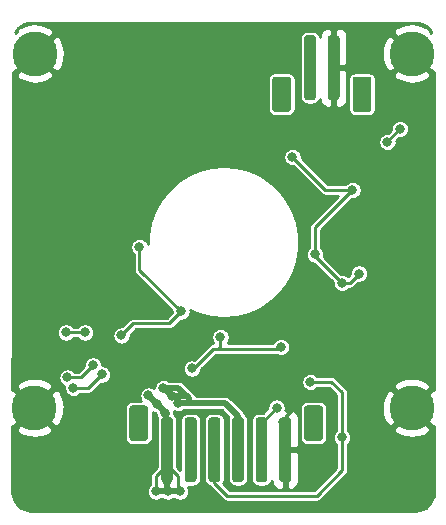
<source format=gbr>
G04 #@! TF.GenerationSoftware,KiCad,Pcbnew,(5.1.10)-1*
G04 #@! TF.CreationDate,2022-02-25T15:53:37+01:00*
G04 #@! TF.ProjectId,led_defogger_PCB_with_UV_2022,6c65645f-6465-4666-9f67-6765725f5043,rev?*
G04 #@! TF.SameCoordinates,Original*
G04 #@! TF.FileFunction,Copper,L2,Bot*
G04 #@! TF.FilePolarity,Positive*
%FSLAX46Y46*%
G04 Gerber Fmt 4.6, Leading zero omitted, Abs format (unit mm)*
G04 Created by KiCad (PCBNEW (5.1.10)-1) date 2022-02-25 15:53:37*
%MOMM*%
%LPD*%
G01*
G04 APERTURE LIST*
G04 #@! TA.AperFunction,ComponentPad*
%ADD10C,3.800000*%
G04 #@! TD*
G04 #@! TA.AperFunction,ViaPad*
%ADD11C,0.800000*%
G04 #@! TD*
G04 #@! TA.AperFunction,Conductor*
%ADD12C,0.250000*%
G04 #@! TD*
G04 #@! TA.AperFunction,Conductor*
%ADD13C,0.500000*%
G04 #@! TD*
G04 #@! TA.AperFunction,Conductor*
%ADD14C,0.254000*%
G04 #@! TD*
G04 #@! TA.AperFunction,Conductor*
%ADD15C,0.100000*%
G04 #@! TD*
G04 APERTURE END LIST*
D10*
X209626007Y-81663000D03*
X177675000Y-111663000D03*
X177699385Y-81663000D03*
X209626007Y-111663000D03*
G04 #@! TA.AperFunction,SMDPad,CuDef*
G36*
G01*
X204606200Y-86362800D02*
X204606200Y-83862800D01*
G75*
G02*
X204856200Y-83612800I250000J0D01*
G01*
X205956200Y-83612800D01*
G75*
G02*
X206206200Y-83862800I0J-250000D01*
G01*
X206206200Y-86362800D01*
G75*
G02*
X205956200Y-86612800I-250000J0D01*
G01*
X204856200Y-86612800D01*
G75*
G02*
X204606200Y-86362800I0J250000D01*
G01*
G37*
G04 #@! TD.AperFunction*
G04 #@! TA.AperFunction,SMDPad,CuDef*
G36*
G01*
X197806200Y-86362800D02*
X197806200Y-83862800D01*
G75*
G02*
X198056200Y-83612800I250000J0D01*
G01*
X199156200Y-83612800D01*
G75*
G02*
X199406200Y-83862800I0J-250000D01*
G01*
X199406200Y-86362800D01*
G75*
G02*
X199156200Y-86612800I-250000J0D01*
G01*
X198056200Y-86612800D01*
G75*
G02*
X197806200Y-86362800I0J250000D01*
G01*
G37*
G04 #@! TD.AperFunction*
G04 #@! TA.AperFunction,SMDPad,CuDef*
G36*
G01*
X202506200Y-85362800D02*
X202506200Y-80362800D01*
G75*
G02*
X202756200Y-80112800I250000J0D01*
G01*
X203256200Y-80112800D01*
G75*
G02*
X203506200Y-80362800I0J-250000D01*
G01*
X203506200Y-85362800D01*
G75*
G02*
X203256200Y-85612800I-250000J0D01*
G01*
X202756200Y-85612800D01*
G75*
G02*
X202506200Y-85362800I0J250000D01*
G01*
G37*
G04 #@! TD.AperFunction*
G04 #@! TA.AperFunction,SMDPad,CuDef*
G36*
G01*
X200506200Y-85362800D02*
X200506200Y-80362800D01*
G75*
G02*
X200756200Y-80112800I250000J0D01*
G01*
X201256200Y-80112800D01*
G75*
G02*
X201506200Y-80362800I0J-250000D01*
G01*
X201506200Y-85362800D01*
G75*
G02*
X201256200Y-85612800I-250000J0D01*
G01*
X200756200Y-85612800D01*
G75*
G02*
X200506200Y-85362800I0J250000D01*
G01*
G37*
G04 #@! TD.AperFunction*
G04 #@! TA.AperFunction,SMDPad,CuDef*
G36*
G01*
X187303600Y-111706400D02*
X187303600Y-114206400D01*
G75*
G02*
X187053600Y-114456400I-250000J0D01*
G01*
X185953600Y-114456400D01*
G75*
G02*
X185703600Y-114206400I0J250000D01*
G01*
X185703600Y-111706400D01*
G75*
G02*
X185953600Y-111456400I250000J0D01*
G01*
X187053600Y-111456400D01*
G75*
G02*
X187303600Y-111706400I0J-250000D01*
G01*
G37*
G04 #@! TD.AperFunction*
G04 #@! TA.AperFunction,SMDPad,CuDef*
G36*
G01*
X202103600Y-111706400D02*
X202103600Y-114206400D01*
G75*
G02*
X201853600Y-114456400I-250000J0D01*
G01*
X200753600Y-114456400D01*
G75*
G02*
X200503600Y-114206400I0J250000D01*
G01*
X200503600Y-111706400D01*
G75*
G02*
X200753600Y-111456400I250000J0D01*
G01*
X201853600Y-111456400D01*
G75*
G02*
X202103600Y-111706400I0J-250000D01*
G01*
G37*
G04 #@! TD.AperFunction*
G04 #@! TA.AperFunction,SMDPad,CuDef*
G36*
G01*
X189403600Y-112706400D02*
X189403600Y-117706400D01*
G75*
G02*
X189153600Y-117956400I-250000J0D01*
G01*
X188653600Y-117956400D01*
G75*
G02*
X188403600Y-117706400I0J250000D01*
G01*
X188403600Y-112706400D01*
G75*
G02*
X188653600Y-112456400I250000J0D01*
G01*
X189153600Y-112456400D01*
G75*
G02*
X189403600Y-112706400I0J-250000D01*
G01*
G37*
G04 #@! TD.AperFunction*
G04 #@! TA.AperFunction,SMDPad,CuDef*
G36*
G01*
X191403600Y-112706400D02*
X191403600Y-117706400D01*
G75*
G02*
X191153600Y-117956400I-250000J0D01*
G01*
X190653600Y-117956400D01*
G75*
G02*
X190403600Y-117706400I0J250000D01*
G01*
X190403600Y-112706400D01*
G75*
G02*
X190653600Y-112456400I250000J0D01*
G01*
X191153600Y-112456400D01*
G75*
G02*
X191403600Y-112706400I0J-250000D01*
G01*
G37*
G04 #@! TD.AperFunction*
G04 #@! TA.AperFunction,SMDPad,CuDef*
G36*
G01*
X193403600Y-112706400D02*
X193403600Y-117706400D01*
G75*
G02*
X193153600Y-117956400I-250000J0D01*
G01*
X192653600Y-117956400D01*
G75*
G02*
X192403600Y-117706400I0J250000D01*
G01*
X192403600Y-112706400D01*
G75*
G02*
X192653600Y-112456400I250000J0D01*
G01*
X193153600Y-112456400D01*
G75*
G02*
X193403600Y-112706400I0J-250000D01*
G01*
G37*
G04 #@! TD.AperFunction*
G04 #@! TA.AperFunction,SMDPad,CuDef*
G36*
G01*
X195403600Y-112706400D02*
X195403600Y-117706400D01*
G75*
G02*
X195153600Y-117956400I-250000J0D01*
G01*
X194653600Y-117956400D01*
G75*
G02*
X194403600Y-117706400I0J250000D01*
G01*
X194403600Y-112706400D01*
G75*
G02*
X194653600Y-112456400I250000J0D01*
G01*
X195153600Y-112456400D01*
G75*
G02*
X195403600Y-112706400I0J-250000D01*
G01*
G37*
G04 #@! TD.AperFunction*
G04 #@! TA.AperFunction,SMDPad,CuDef*
G36*
G01*
X197403600Y-112706400D02*
X197403600Y-117706400D01*
G75*
G02*
X197153600Y-117956400I-250000J0D01*
G01*
X196653600Y-117956400D01*
G75*
G02*
X196403600Y-117706400I0J250000D01*
G01*
X196403600Y-112706400D01*
G75*
G02*
X196653600Y-112456400I250000J0D01*
G01*
X197153600Y-112456400D01*
G75*
G02*
X197403600Y-112706400I0J-250000D01*
G01*
G37*
G04 #@! TD.AperFunction*
G04 #@! TA.AperFunction,SMDPad,CuDef*
G36*
G01*
X199403600Y-112706400D02*
X199403600Y-117706400D01*
G75*
G02*
X199153600Y-117956400I-250000J0D01*
G01*
X198653600Y-117956400D01*
G75*
G02*
X198403600Y-117706400I0J250000D01*
G01*
X198403600Y-112706400D01*
G75*
G02*
X198653600Y-112456400I250000J0D01*
G01*
X199153600Y-112456400D01*
G75*
G02*
X199403600Y-112706400I0J-250000D01*
G01*
G37*
G04 #@! TD.AperFunction*
D11*
X185420000Y-88265000D03*
X182499000Y-100076000D03*
X207518000Y-104775000D03*
X205486000Y-89789000D03*
X180467000Y-100076000D03*
X205668153Y-95432153D03*
X197331490Y-109474000D03*
X201168000Y-110744000D03*
X198681001Y-112903000D03*
X206883000Y-115824000D03*
X201041000Y-108204000D03*
X178816000Y-92202000D03*
X179705000Y-92202000D03*
X177927000Y-92202000D03*
X186566250Y-98040750D03*
X190119000Y-103505000D03*
X201422000Y-98679000D03*
X203708000Y-101092000D03*
X185039000Y-105537000D03*
X199517000Y-90424000D03*
X204597000Y-93218000D03*
X191008000Y-108331000D03*
X193421000Y-105664000D03*
X188925200Y-117830600D03*
X180467000Y-109093000D03*
X182626000Y-108077000D03*
X180975000Y-109982000D03*
X183388000Y-108839000D03*
X180340000Y-105283000D03*
X181954000Y-105283000D03*
X207555000Y-89154000D03*
X208628076Y-88038769D03*
X205168500Y-100293000D03*
X198550786Y-106520853D03*
X188722000Y-112141000D03*
X188976000Y-118745000D03*
X189992000Y-118745000D03*
X187960000Y-118745000D03*
X188087000Y-111379000D03*
X187325000Y-110617000D03*
X203708000Y-114173000D03*
X201041000Y-109474000D03*
X198171930Y-111645092D03*
X189865000Y-111252000D03*
X189293500Y-110680500D03*
X188595000Y-109982000D03*
X190903600Y-115206400D03*
X200964800Y-83083400D03*
D12*
X200616000Y-110744000D02*
X201168000Y-110744000D01*
X198903600Y-112456400D02*
X200616000Y-110744000D01*
X198903600Y-115206400D02*
X198903600Y-112456400D01*
X186566250Y-98040750D02*
X186566250Y-99952250D01*
X186566250Y-99952250D02*
X190119000Y-103505000D01*
X203581000Y-100838000D02*
X203581000Y-100965000D01*
X203581000Y-100965000D02*
X203708000Y-101092000D01*
X185039000Y-105537000D02*
X186055000Y-104521000D01*
X189103000Y-104521000D02*
X190119000Y-103505000D01*
X186055000Y-104521000D02*
X189103000Y-104521000D01*
X199517000Y-90424000D02*
X202311000Y-93218000D01*
X202311000Y-93218000D02*
X204597000Y-93218000D01*
X192803391Y-106662609D02*
X191008000Y-108458000D01*
X191008000Y-108458000D02*
X191008000Y-108331000D01*
X201422000Y-96393000D02*
X204597000Y-93218000D01*
X201422000Y-98679000D02*
X201422000Y-96393000D01*
X193421000Y-106426000D02*
X193184391Y-106662609D01*
X193421000Y-105664000D02*
X193421000Y-106426000D01*
X193184391Y-106662609D02*
X192803391Y-106662609D01*
X189183000Y-117395000D02*
X189230000Y-117348000D01*
X181610000Y-109093000D02*
X182626000Y-108077000D01*
X180467000Y-109093000D02*
X181610000Y-109093000D01*
X180975000Y-109982000D02*
X181991000Y-109982000D01*
X182245000Y-109982000D02*
X183265653Y-108961347D01*
X181991000Y-109982000D02*
X182245000Y-109982000D01*
X180340000Y-105283000D02*
X181954000Y-105283000D01*
X207555000Y-89111845D02*
X208628076Y-88038769D01*
X207555000Y-89154000D02*
X207555000Y-89111845D01*
X201422000Y-98806000D02*
X201422000Y-98679000D01*
X203708000Y-101092000D02*
X201422000Y-98806000D01*
X204369500Y-101092000D02*
X205168500Y-100293000D01*
X203708000Y-101092000D02*
X204369500Y-101092000D01*
X193184391Y-106662609D02*
X198409030Y-106662609D01*
X198409030Y-106662609D02*
X198550786Y-106520853D01*
X188903600Y-112322600D02*
X188722000Y-112141000D01*
X188903600Y-115206400D02*
X188903600Y-112322600D01*
X188903600Y-118672600D02*
X188976000Y-118745000D01*
D13*
X188903600Y-115206400D02*
X188903600Y-118672600D01*
X189992000Y-118745000D02*
X188976000Y-118745000D01*
X187960000Y-118745000D02*
X188976000Y-118745000D01*
X188903600Y-112195600D02*
X188087000Y-111379000D01*
D12*
X188903600Y-115206400D02*
X188903600Y-112195600D01*
D13*
X188087000Y-111379000D02*
X187452000Y-110744000D01*
D12*
X187960000Y-117475000D02*
X187960000Y-118745000D01*
X188903600Y-116531400D02*
X187960000Y-117475000D01*
X188903600Y-115206400D02*
X188903600Y-116531400D01*
X189865000Y-118618000D02*
X189992000Y-118745000D01*
X189865000Y-117475000D02*
X189865000Y-118618000D01*
X188903600Y-116513600D02*
X189865000Y-117475000D01*
X188903600Y-115206400D02*
X188903600Y-116513600D01*
X192903600Y-115206400D02*
X192903600Y-117999000D01*
X192903600Y-117999000D02*
X194005200Y-119100600D01*
X194005200Y-119100600D02*
X201574400Y-119100600D01*
X203708000Y-116967000D02*
X203708000Y-114173000D01*
X201574400Y-119100600D02*
X203708000Y-116967000D01*
X203708000Y-110363000D02*
X202819000Y-109474000D01*
X202819000Y-109474000D02*
X201041000Y-109474000D01*
X203708000Y-114173000D02*
X203708000Y-110363000D01*
X196850000Y-112967022D02*
X198171930Y-111645092D01*
X196850000Y-115152800D02*
X196850000Y-112967022D01*
X196903600Y-115206400D02*
X196850000Y-115152800D01*
D13*
X194903600Y-112353600D02*
X193802000Y-111252000D01*
X194903600Y-115206400D02*
X194903600Y-112353600D01*
X190754000Y-111252000D02*
X190754000Y-110871000D01*
X190754000Y-110871000D02*
X190563500Y-110680500D01*
X190563500Y-110680500D02*
X189293500Y-110680500D01*
X193802000Y-111252000D02*
X190754000Y-111252000D01*
X190754000Y-111252000D02*
X189865000Y-111252000D01*
X189293500Y-110680500D02*
X188722000Y-110109000D01*
X190754000Y-110871000D02*
X189865000Y-109982000D01*
X189865000Y-109982000D02*
X188595000Y-109982000D01*
D12*
X189293500Y-110680500D02*
X189865000Y-111252000D01*
D14*
X210231143Y-79072862D02*
X210524650Y-79161477D01*
X210795357Y-79305415D01*
X211032952Y-79499193D01*
X211228386Y-79735430D01*
X211279477Y-79829922D01*
X211222750Y-79886649D01*
X211018645Y-79530133D01*
X210575784Y-79299425D01*
X210096424Y-79159548D01*
X209598986Y-79115877D01*
X209102585Y-79170091D01*
X208626300Y-79320106D01*
X208233369Y-79530133D01*
X208029263Y-79886651D01*
X209626007Y-81483395D01*
X209640150Y-81469253D01*
X209819755Y-81648858D01*
X209805612Y-81663000D01*
X211402356Y-83259744D01*
X211499007Y-83204411D01*
X211499008Y-107345276D01*
X211505186Y-107408005D01*
X211523950Y-107469859D01*
X211522903Y-110135269D01*
X211402356Y-110066256D01*
X209805612Y-111663000D01*
X211402356Y-113259744D01*
X211521703Y-113191418D01*
X211519556Y-118658663D01*
X211514488Y-118670488D01*
X211497162Y-118752002D01*
X211496538Y-118757932D01*
X211462534Y-119104731D01*
X211373919Y-119398241D01*
X211229979Y-119668953D01*
X211036203Y-119906545D01*
X210799962Y-120101980D01*
X210530270Y-120247802D01*
X210237385Y-120338465D01*
X209890829Y-120374890D01*
X209884301Y-120376230D01*
X209837093Y-120381026D01*
X209782884Y-120397600D01*
X177524606Y-120397600D01*
X177512912Y-120392588D01*
X177431398Y-120375262D01*
X177425468Y-120374638D01*
X177078669Y-120340634D01*
X176785159Y-120252019D01*
X176514447Y-120108079D01*
X176276855Y-119914303D01*
X176081420Y-119678062D01*
X175935598Y-119408370D01*
X175844935Y-119115485D01*
X175808510Y-118768929D01*
X175807170Y-118762401D01*
X175802374Y-118715193D01*
X175785987Y-118661596D01*
X175793079Y-113439349D01*
X176078256Y-113439349D01*
X176282362Y-113795867D01*
X176725223Y-114026575D01*
X177204583Y-114166452D01*
X177702021Y-114210123D01*
X178198422Y-114155909D01*
X178674707Y-114005894D01*
X179067638Y-113795867D01*
X179271744Y-113439349D01*
X177675000Y-111842605D01*
X176078256Y-113439349D01*
X175793079Y-113439349D01*
X175793405Y-113199491D01*
X175898651Y-113259744D01*
X177495395Y-111663000D01*
X177854605Y-111663000D01*
X179451349Y-113259744D01*
X179807867Y-113055638D01*
X180038575Y-112612777D01*
X180178452Y-112133417D01*
X180215940Y-111706400D01*
X185324776Y-111706400D01*
X185324776Y-114206400D01*
X185336859Y-114329077D01*
X185372642Y-114447041D01*
X185430752Y-114555756D01*
X185508954Y-114651046D01*
X185604244Y-114729248D01*
X185712959Y-114787358D01*
X185830923Y-114823141D01*
X185953600Y-114835224D01*
X187053600Y-114835224D01*
X187176277Y-114823141D01*
X187294241Y-114787358D01*
X187402956Y-114729248D01*
X187498246Y-114651046D01*
X187576448Y-114555756D01*
X187634558Y-114447041D01*
X187670341Y-114329077D01*
X187682424Y-114206400D01*
X187682424Y-112043162D01*
X187718952Y-112067569D01*
X187860357Y-112126141D01*
X187945000Y-112142977D01*
X187945000Y-112217528D01*
X187974859Y-112367643D01*
X188033431Y-112509048D01*
X188051368Y-112535892D01*
X188036859Y-112583723D01*
X188024776Y-112706400D01*
X188024776Y-116700290D01*
X187622467Y-117102599D01*
X187603316Y-117118316D01*
X187540583Y-117194755D01*
X187493969Y-117281965D01*
X187465264Y-117376592D01*
X187458000Y-117450348D01*
X187458000Y-117450357D01*
X187455573Y-117475000D01*
X187458000Y-117499643D01*
X187458001Y-118148154D01*
X187356464Y-118249691D01*
X187271431Y-118376952D01*
X187212859Y-118518357D01*
X187183000Y-118668472D01*
X187183000Y-118821528D01*
X187212859Y-118971643D01*
X187271431Y-119113048D01*
X187356464Y-119240309D01*
X187464691Y-119348536D01*
X187591952Y-119433569D01*
X187733357Y-119492141D01*
X187883472Y-119522000D01*
X188036528Y-119522000D01*
X188186643Y-119492141D01*
X188328048Y-119433569D01*
X188420193Y-119372000D01*
X188515807Y-119372000D01*
X188607952Y-119433569D01*
X188749357Y-119492141D01*
X188899472Y-119522000D01*
X189052528Y-119522000D01*
X189202643Y-119492141D01*
X189344048Y-119433569D01*
X189436193Y-119372000D01*
X189531807Y-119372000D01*
X189623952Y-119433569D01*
X189765357Y-119492141D01*
X189915472Y-119522000D01*
X190068528Y-119522000D01*
X190218643Y-119492141D01*
X190360048Y-119433569D01*
X190487309Y-119348536D01*
X190595536Y-119240309D01*
X190680569Y-119113048D01*
X190739141Y-118971643D01*
X190769000Y-118821528D01*
X190769000Y-118668472D01*
X190739141Y-118518357D01*
X190680569Y-118376952D01*
X190652623Y-118335128D01*
X190653600Y-118335224D01*
X191153600Y-118335224D01*
X191276277Y-118323141D01*
X191394241Y-118287358D01*
X191502956Y-118229248D01*
X191598246Y-118151046D01*
X191676448Y-118055756D01*
X191734558Y-117947041D01*
X191770341Y-117829077D01*
X191782424Y-117706400D01*
X191782424Y-112706400D01*
X192024776Y-112706400D01*
X192024776Y-117706400D01*
X192036859Y-117829077D01*
X192072642Y-117947041D01*
X192130752Y-118055756D01*
X192208954Y-118151046D01*
X192304244Y-118229248D01*
X192412959Y-118287358D01*
X192516657Y-118318814D01*
X192531201Y-118336535D01*
X192531204Y-118336538D01*
X192546917Y-118355684D01*
X192566063Y-118371397D01*
X193632807Y-119438143D01*
X193648516Y-119457284D01*
X193667656Y-119472992D01*
X193667664Y-119473000D01*
X193724954Y-119520017D01*
X193754726Y-119535930D01*
X193812164Y-119566631D01*
X193906791Y-119595336D01*
X193980547Y-119602600D01*
X193980557Y-119602600D01*
X194005200Y-119605027D01*
X194029843Y-119602600D01*
X201549757Y-119602600D01*
X201574400Y-119605027D01*
X201599043Y-119602600D01*
X201599053Y-119602600D01*
X201672809Y-119595336D01*
X201767436Y-119566631D01*
X201854645Y-119520017D01*
X201931084Y-119457284D01*
X201946802Y-119438133D01*
X204045538Y-117339397D01*
X204064684Y-117323684D01*
X204127417Y-117247245D01*
X204174031Y-117160036D01*
X204202736Y-117065409D01*
X204210000Y-116991653D01*
X204210000Y-116991644D01*
X204212427Y-116967001D01*
X204210000Y-116942358D01*
X204210000Y-114769845D01*
X204311536Y-114668309D01*
X204396569Y-114541048D01*
X204455141Y-114399643D01*
X204485000Y-114249528D01*
X204485000Y-114096472D01*
X204455141Y-113946357D01*
X204396569Y-113804952D01*
X204311536Y-113677691D01*
X204210000Y-113576155D01*
X204210000Y-113439349D01*
X208029263Y-113439349D01*
X208233369Y-113795867D01*
X208676230Y-114026575D01*
X209155590Y-114166452D01*
X209653028Y-114210123D01*
X210149429Y-114155909D01*
X210625714Y-114005894D01*
X211018645Y-113795867D01*
X211222751Y-113439349D01*
X209626007Y-111842605D01*
X208029263Y-113439349D01*
X204210000Y-113439349D01*
X204210000Y-111690021D01*
X207078884Y-111690021D01*
X207133098Y-112186422D01*
X207283113Y-112662707D01*
X207493140Y-113055638D01*
X207849658Y-113259744D01*
X209446402Y-111663000D01*
X207849658Y-110066256D01*
X207493140Y-110270362D01*
X207262432Y-110713223D01*
X207122555Y-111192583D01*
X207078884Y-111690021D01*
X204210000Y-111690021D01*
X204210000Y-110387643D01*
X204212427Y-110363000D01*
X204210000Y-110338357D01*
X204210000Y-110338347D01*
X204202736Y-110264591D01*
X204174031Y-110169964D01*
X204127417Y-110082755D01*
X204121934Y-110076074D01*
X204080400Y-110025464D01*
X204080392Y-110025456D01*
X204064684Y-110006316D01*
X204045543Y-109990607D01*
X203941587Y-109886651D01*
X208029263Y-109886651D01*
X209626007Y-111483395D01*
X211222751Y-109886651D01*
X211018645Y-109530133D01*
X210575784Y-109299425D01*
X210096424Y-109159548D01*
X209598986Y-109115877D01*
X209102585Y-109170091D01*
X208626300Y-109320106D01*
X208233369Y-109530133D01*
X208029263Y-109886651D01*
X203941587Y-109886651D01*
X203191401Y-109136467D01*
X203175684Y-109117316D01*
X203099245Y-109054583D01*
X203012036Y-109007969D01*
X202917409Y-108979264D01*
X202843653Y-108972000D01*
X202843643Y-108972000D01*
X202819000Y-108969573D01*
X202794357Y-108972000D01*
X201637845Y-108972000D01*
X201536309Y-108870464D01*
X201409048Y-108785431D01*
X201267643Y-108726859D01*
X201117528Y-108697000D01*
X200964472Y-108697000D01*
X200814357Y-108726859D01*
X200672952Y-108785431D01*
X200545691Y-108870464D01*
X200437464Y-108978691D01*
X200352431Y-109105952D01*
X200293859Y-109247357D01*
X200264000Y-109397472D01*
X200264000Y-109550528D01*
X200293859Y-109700643D01*
X200352431Y-109842048D01*
X200437464Y-109969309D01*
X200545691Y-110077536D01*
X200672952Y-110162569D01*
X200814357Y-110221141D01*
X200964472Y-110251000D01*
X201117528Y-110251000D01*
X201267643Y-110221141D01*
X201409048Y-110162569D01*
X201536309Y-110077536D01*
X201637845Y-109976000D01*
X202611066Y-109976000D01*
X203206001Y-110570937D01*
X203206000Y-113576155D01*
X203104464Y-113677691D01*
X203019431Y-113804952D01*
X202960859Y-113946357D01*
X202931000Y-114096472D01*
X202931000Y-114249528D01*
X202960859Y-114399643D01*
X203019431Y-114541048D01*
X203104464Y-114668309D01*
X203206001Y-114769846D01*
X203206000Y-116759065D01*
X201366466Y-118598600D01*
X194213136Y-118598600D01*
X193673673Y-118059138D01*
X193676448Y-118055756D01*
X193734558Y-117947041D01*
X193770341Y-117829077D01*
X193782424Y-117706400D01*
X193782424Y-112706400D01*
X193770341Y-112583723D01*
X193734558Y-112465759D01*
X193676448Y-112357044D01*
X193598246Y-112261754D01*
X193502956Y-112183552D01*
X193394241Y-112125442D01*
X193276277Y-112089659D01*
X193153600Y-112077576D01*
X192653600Y-112077576D01*
X192530923Y-112089659D01*
X192412959Y-112125442D01*
X192304244Y-112183552D01*
X192208954Y-112261754D01*
X192130752Y-112357044D01*
X192072642Y-112465759D01*
X192036859Y-112583723D01*
X192024776Y-112706400D01*
X191782424Y-112706400D01*
X191770341Y-112583723D01*
X191734558Y-112465759D01*
X191676448Y-112357044D01*
X191598246Y-112261754D01*
X191502956Y-112183552D01*
X191394241Y-112125442D01*
X191276277Y-112089659D01*
X191153600Y-112077576D01*
X190653600Y-112077576D01*
X190530923Y-112089659D01*
X190412959Y-112125442D01*
X190304244Y-112183552D01*
X190208954Y-112261754D01*
X190130752Y-112357044D01*
X190072642Y-112465759D01*
X190036859Y-112583723D01*
X190024776Y-112706400D01*
X190024776Y-116924841D01*
X189782424Y-116682489D01*
X189782424Y-112706400D01*
X189770341Y-112583723D01*
X189734558Y-112465759D01*
X189676448Y-112357044D01*
X189598246Y-112261754D01*
X189532437Y-112207746D01*
X189533633Y-112195600D01*
X189521527Y-112072687D01*
X189485674Y-111954496D01*
X189472058Y-111929022D01*
X189470891Y-111923156D01*
X189496952Y-111940569D01*
X189638357Y-111999141D01*
X189788472Y-112029000D01*
X189941528Y-112029000D01*
X190091643Y-111999141D01*
X190233048Y-111940569D01*
X190325193Y-111879000D01*
X190723206Y-111879000D01*
X190754000Y-111882033D01*
X190784794Y-111879000D01*
X193542289Y-111879000D01*
X194092290Y-112429001D01*
X194072642Y-112465759D01*
X194036859Y-112583723D01*
X194024776Y-112706400D01*
X194024776Y-117706400D01*
X194036859Y-117829077D01*
X194072642Y-117947041D01*
X194130752Y-118055756D01*
X194208954Y-118151046D01*
X194304244Y-118229248D01*
X194412959Y-118287358D01*
X194530923Y-118323141D01*
X194653600Y-118335224D01*
X195153600Y-118335224D01*
X195276277Y-118323141D01*
X195394241Y-118287358D01*
X195502956Y-118229248D01*
X195598246Y-118151046D01*
X195676448Y-118055756D01*
X195734558Y-117947041D01*
X195770341Y-117829077D01*
X195782424Y-117706400D01*
X195782424Y-112706400D01*
X196024776Y-112706400D01*
X196024776Y-117706400D01*
X196036859Y-117829077D01*
X196072642Y-117947041D01*
X196130752Y-118055756D01*
X196208954Y-118151046D01*
X196304244Y-118229248D01*
X196412959Y-118287358D01*
X196530923Y-118323141D01*
X196653600Y-118335224D01*
X197153600Y-118335224D01*
X197276277Y-118323141D01*
X197394241Y-118287358D01*
X197502956Y-118229248D01*
X197598246Y-118151046D01*
X197676448Y-118055756D01*
X197734558Y-117947041D01*
X197765668Y-117844484D01*
X197765528Y-117956400D01*
X197777788Y-118080882D01*
X197814098Y-118200580D01*
X197873063Y-118310894D01*
X197952415Y-118407585D01*
X198049106Y-118486937D01*
X198159420Y-118545902D01*
X198279118Y-118582212D01*
X198403600Y-118594472D01*
X198617850Y-118591400D01*
X198776600Y-118432650D01*
X198776600Y-115333400D01*
X199030600Y-115333400D01*
X199030600Y-118432650D01*
X199189350Y-118591400D01*
X199403600Y-118594472D01*
X199528082Y-118582212D01*
X199647780Y-118545902D01*
X199758094Y-118486937D01*
X199854785Y-118407585D01*
X199934137Y-118310894D01*
X199993102Y-118200580D01*
X200029412Y-118080882D01*
X200041672Y-117956400D01*
X200038600Y-115492150D01*
X199879850Y-115333400D01*
X199030600Y-115333400D01*
X198776600Y-115333400D01*
X198756600Y-115333400D01*
X198756600Y-115079400D01*
X198776600Y-115079400D01*
X198776600Y-115059400D01*
X199030600Y-115059400D01*
X199030600Y-115079400D01*
X199879850Y-115079400D01*
X200038600Y-114920650D01*
X200041672Y-112456400D01*
X200029412Y-112331918D01*
X199993102Y-112212220D01*
X199934137Y-112101906D01*
X199854785Y-112005215D01*
X199758094Y-111925863D01*
X199647780Y-111866898D01*
X199528082Y-111830588D01*
X199403600Y-111818328D01*
X199189350Y-111821400D01*
X199030602Y-111980148D01*
X199030602Y-111821400D01*
X198929083Y-111821400D01*
X198948930Y-111721620D01*
X198948930Y-111706400D01*
X200124776Y-111706400D01*
X200124776Y-114206400D01*
X200136859Y-114329077D01*
X200172642Y-114447041D01*
X200230752Y-114555756D01*
X200308954Y-114651046D01*
X200404244Y-114729248D01*
X200512959Y-114787358D01*
X200630923Y-114823141D01*
X200753600Y-114835224D01*
X201853600Y-114835224D01*
X201976277Y-114823141D01*
X202094241Y-114787358D01*
X202202956Y-114729248D01*
X202298246Y-114651046D01*
X202376448Y-114555756D01*
X202434558Y-114447041D01*
X202470341Y-114329077D01*
X202482424Y-114206400D01*
X202482424Y-111706400D01*
X202470341Y-111583723D01*
X202434558Y-111465759D01*
X202376448Y-111357044D01*
X202298246Y-111261754D01*
X202202956Y-111183552D01*
X202094241Y-111125442D01*
X201976277Y-111089659D01*
X201853600Y-111077576D01*
X200753600Y-111077576D01*
X200630923Y-111089659D01*
X200512959Y-111125442D01*
X200404244Y-111183552D01*
X200308954Y-111261754D01*
X200230752Y-111357044D01*
X200172642Y-111465759D01*
X200136859Y-111583723D01*
X200124776Y-111706400D01*
X198948930Y-111706400D01*
X198948930Y-111568564D01*
X198919071Y-111418449D01*
X198860499Y-111277044D01*
X198775466Y-111149783D01*
X198667239Y-111041556D01*
X198539978Y-110956523D01*
X198398573Y-110897951D01*
X198248458Y-110868092D01*
X198095402Y-110868092D01*
X197945287Y-110897951D01*
X197803882Y-110956523D01*
X197676621Y-111041556D01*
X197568394Y-111149783D01*
X197483361Y-111277044D01*
X197424789Y-111418449D01*
X197394930Y-111568564D01*
X197394930Y-111712157D01*
X197029512Y-112077576D01*
X196653600Y-112077576D01*
X196530923Y-112089659D01*
X196412959Y-112125442D01*
X196304244Y-112183552D01*
X196208954Y-112261754D01*
X196130752Y-112357044D01*
X196072642Y-112465759D01*
X196036859Y-112583723D01*
X196024776Y-112706400D01*
X195782424Y-112706400D01*
X195770341Y-112583723D01*
X195734558Y-112465759D01*
X195676448Y-112357044D01*
X195598246Y-112261754D01*
X195508645Y-112188221D01*
X195485675Y-112112497D01*
X195427453Y-112003572D01*
X195349101Y-111908099D01*
X195325178Y-111888466D01*
X194267138Y-110830427D01*
X194247501Y-110806499D01*
X194152028Y-110728147D01*
X194043103Y-110669925D01*
X193924913Y-110634073D01*
X193832794Y-110625000D01*
X193802000Y-110621967D01*
X193771206Y-110625000D01*
X191333457Y-110625000D01*
X191277853Y-110520972D01*
X191199501Y-110425499D01*
X191175578Y-110405866D01*
X191028635Y-110258923D01*
X191009001Y-110234999D01*
X190985077Y-110215365D01*
X190330138Y-109560427D01*
X190310501Y-109536499D01*
X190215028Y-109458147D01*
X190106103Y-109399925D01*
X189987913Y-109364073D01*
X189895794Y-109355000D01*
X189865000Y-109351967D01*
X189834206Y-109355000D01*
X189055193Y-109355000D01*
X188963048Y-109293431D01*
X188821643Y-109234859D01*
X188671528Y-109205000D01*
X188518472Y-109205000D01*
X188368357Y-109234859D01*
X188226952Y-109293431D01*
X188099691Y-109378464D01*
X187991464Y-109486691D01*
X187906431Y-109613952D01*
X187847859Y-109755357D01*
X187818000Y-109905472D01*
X187818000Y-110011921D01*
X187693048Y-109928431D01*
X187551643Y-109869859D01*
X187401528Y-109840000D01*
X187248472Y-109840000D01*
X187098357Y-109869859D01*
X186956952Y-109928431D01*
X186829691Y-110013464D01*
X186721464Y-110121691D01*
X186636431Y-110248952D01*
X186577859Y-110390357D01*
X186548000Y-110540472D01*
X186548000Y-110693528D01*
X186577859Y-110843643D01*
X186636431Y-110985048D01*
X186698256Y-111077576D01*
X185953600Y-111077576D01*
X185830923Y-111089659D01*
X185712959Y-111125442D01*
X185604244Y-111183552D01*
X185508954Y-111261754D01*
X185430752Y-111357044D01*
X185372642Y-111465759D01*
X185336859Y-111583723D01*
X185324776Y-111706400D01*
X180215940Y-111706400D01*
X180222123Y-111635979D01*
X180167909Y-111139578D01*
X180017894Y-110663293D01*
X179807867Y-110270362D01*
X179451349Y-110066256D01*
X177854605Y-111663000D01*
X177495395Y-111663000D01*
X175898651Y-110066256D01*
X175797582Y-110124118D01*
X175797904Y-109886651D01*
X176078256Y-109886651D01*
X177675000Y-111483395D01*
X179271744Y-109886651D01*
X179067638Y-109530133D01*
X178624777Y-109299425D01*
X178145417Y-109159548D01*
X177647979Y-109115877D01*
X177151578Y-109170091D01*
X176675293Y-109320106D01*
X176282362Y-109530133D01*
X176078256Y-109886651D01*
X175797904Y-109886651D01*
X175799086Y-109016472D01*
X179690000Y-109016472D01*
X179690000Y-109169528D01*
X179719859Y-109319643D01*
X179778431Y-109461048D01*
X179863464Y-109588309D01*
X179971691Y-109696536D01*
X180098952Y-109781569D01*
X180213230Y-109828905D01*
X180198000Y-109905472D01*
X180198000Y-110058528D01*
X180227859Y-110208643D01*
X180286431Y-110350048D01*
X180371464Y-110477309D01*
X180479691Y-110585536D01*
X180606952Y-110670569D01*
X180748357Y-110729141D01*
X180898472Y-110759000D01*
X181051528Y-110759000D01*
X181201643Y-110729141D01*
X181343048Y-110670569D01*
X181470309Y-110585536D01*
X181571845Y-110484000D01*
X182220357Y-110484000D01*
X182245000Y-110486427D01*
X182269643Y-110484000D01*
X182269653Y-110484000D01*
X182343409Y-110476736D01*
X182438036Y-110448031D01*
X182525245Y-110401417D01*
X182601684Y-110338684D01*
X182617401Y-110319533D01*
X183320935Y-109616000D01*
X183464528Y-109616000D01*
X183614643Y-109586141D01*
X183756048Y-109527569D01*
X183883309Y-109442536D01*
X183991536Y-109334309D01*
X184076569Y-109207048D01*
X184135141Y-109065643D01*
X184165000Y-108915528D01*
X184165000Y-108762472D01*
X184135141Y-108612357D01*
X184076569Y-108470952D01*
X183991536Y-108343691D01*
X183902317Y-108254472D01*
X190231000Y-108254472D01*
X190231000Y-108407528D01*
X190260859Y-108557643D01*
X190319431Y-108699048D01*
X190404464Y-108826309D01*
X190512691Y-108934536D01*
X190639952Y-109019569D01*
X190781357Y-109078141D01*
X190931472Y-109108000D01*
X191084528Y-109108000D01*
X191234643Y-109078141D01*
X191376048Y-109019569D01*
X191503309Y-108934536D01*
X191611536Y-108826309D01*
X191696569Y-108699048D01*
X191755141Y-108557643D01*
X191785000Y-108407528D01*
X191785000Y-108390934D01*
X193011326Y-107164609D01*
X193159748Y-107164609D01*
X193184391Y-107167036D01*
X193209034Y-107164609D01*
X198115671Y-107164609D01*
X198182738Y-107209422D01*
X198324143Y-107267994D01*
X198474258Y-107297853D01*
X198627314Y-107297853D01*
X198777429Y-107267994D01*
X198918834Y-107209422D01*
X199046095Y-107124389D01*
X199154322Y-107016162D01*
X199239355Y-106888901D01*
X199297927Y-106747496D01*
X199327786Y-106597381D01*
X199327786Y-106444325D01*
X199297927Y-106294210D01*
X199239355Y-106152805D01*
X199154322Y-106025544D01*
X199046095Y-105917317D01*
X198918834Y-105832284D01*
X198777429Y-105773712D01*
X198627314Y-105743853D01*
X198474258Y-105743853D01*
X198324143Y-105773712D01*
X198182738Y-105832284D01*
X198055477Y-105917317D01*
X197947250Y-106025544D01*
X197862217Y-106152805D01*
X197858984Y-106160609D01*
X194023236Y-106160609D01*
X194024536Y-106159309D01*
X194109569Y-106032048D01*
X194168141Y-105890643D01*
X194198000Y-105740528D01*
X194198000Y-105587472D01*
X194168141Y-105437357D01*
X194109569Y-105295952D01*
X194024536Y-105168691D01*
X193916309Y-105060464D01*
X193789048Y-104975431D01*
X193647643Y-104916859D01*
X193497528Y-104887000D01*
X193344472Y-104887000D01*
X193194357Y-104916859D01*
X193052952Y-104975431D01*
X192925691Y-105060464D01*
X192817464Y-105168691D01*
X192732431Y-105295952D01*
X192673859Y-105437357D01*
X192644000Y-105587472D01*
X192644000Y-105740528D01*
X192673859Y-105890643D01*
X192732431Y-106032048D01*
X192817464Y-106159309D01*
X192817751Y-106159596D01*
X192803390Y-106158182D01*
X192778747Y-106160609D01*
X192778738Y-106160609D01*
X192704982Y-106167873D01*
X192610355Y-106196578D01*
X192523146Y-106243192D01*
X192446707Y-106305925D01*
X192430994Y-106325071D01*
X191182565Y-107573500D01*
X191084528Y-107554000D01*
X190931472Y-107554000D01*
X190781357Y-107583859D01*
X190639952Y-107642431D01*
X190512691Y-107727464D01*
X190404464Y-107835691D01*
X190319431Y-107962952D01*
X190260859Y-108104357D01*
X190231000Y-108254472D01*
X183902317Y-108254472D01*
X183883309Y-108235464D01*
X183756048Y-108150431D01*
X183614643Y-108091859D01*
X183464528Y-108062000D01*
X183403000Y-108062000D01*
X183403000Y-108000472D01*
X183373141Y-107850357D01*
X183314569Y-107708952D01*
X183229536Y-107581691D01*
X183121309Y-107473464D01*
X182994048Y-107388431D01*
X182852643Y-107329859D01*
X182702528Y-107300000D01*
X182549472Y-107300000D01*
X182399357Y-107329859D01*
X182257952Y-107388431D01*
X182130691Y-107473464D01*
X182022464Y-107581691D01*
X181937431Y-107708952D01*
X181878859Y-107850357D01*
X181849000Y-108000472D01*
X181849000Y-108144065D01*
X181402066Y-108591000D01*
X181063845Y-108591000D01*
X180962309Y-108489464D01*
X180835048Y-108404431D01*
X180693643Y-108345859D01*
X180543528Y-108316000D01*
X180390472Y-108316000D01*
X180240357Y-108345859D01*
X180098952Y-108404431D01*
X179971691Y-108489464D01*
X179863464Y-108597691D01*
X179778431Y-108724952D01*
X179719859Y-108866357D01*
X179690000Y-109016472D01*
X175799086Y-109016472D01*
X175801186Y-107470706D01*
X175820207Y-107408005D01*
X175826385Y-107345276D01*
X175826385Y-105206472D01*
X179563000Y-105206472D01*
X179563000Y-105359528D01*
X179592859Y-105509643D01*
X179651431Y-105651048D01*
X179736464Y-105778309D01*
X179844691Y-105886536D01*
X179971952Y-105971569D01*
X180113357Y-106030141D01*
X180263472Y-106060000D01*
X180416528Y-106060000D01*
X180566643Y-106030141D01*
X180708048Y-105971569D01*
X180835309Y-105886536D01*
X180936845Y-105785000D01*
X181357155Y-105785000D01*
X181458691Y-105886536D01*
X181585952Y-105971569D01*
X181727357Y-106030141D01*
X181877472Y-106060000D01*
X182030528Y-106060000D01*
X182180643Y-106030141D01*
X182322048Y-105971569D01*
X182449309Y-105886536D01*
X182557536Y-105778309D01*
X182642569Y-105651048D01*
X182701141Y-105509643D01*
X182710921Y-105460472D01*
X184262000Y-105460472D01*
X184262000Y-105613528D01*
X184291859Y-105763643D01*
X184350431Y-105905048D01*
X184435464Y-106032309D01*
X184543691Y-106140536D01*
X184670952Y-106225569D01*
X184812357Y-106284141D01*
X184962472Y-106314000D01*
X185115528Y-106314000D01*
X185265643Y-106284141D01*
X185407048Y-106225569D01*
X185534309Y-106140536D01*
X185642536Y-106032309D01*
X185727569Y-105905048D01*
X185786141Y-105763643D01*
X185816000Y-105613528D01*
X185816000Y-105469934D01*
X186262935Y-105023000D01*
X189078357Y-105023000D01*
X189103000Y-105025427D01*
X189127643Y-105023000D01*
X189127653Y-105023000D01*
X189201409Y-105015736D01*
X189296036Y-104987031D01*
X189383245Y-104940417D01*
X189459684Y-104877684D01*
X189475401Y-104858533D01*
X190051935Y-104282000D01*
X190195528Y-104282000D01*
X190345643Y-104252141D01*
X190487048Y-104193569D01*
X190614309Y-104108536D01*
X190722536Y-104000309D01*
X190807569Y-103873048D01*
X190866141Y-103731643D01*
X190896000Y-103581528D01*
X190896000Y-103428472D01*
X190886088Y-103378638D01*
X191627880Y-103704018D01*
X192656074Y-103964392D01*
X193713100Y-104051980D01*
X194770126Y-103964392D01*
X195798320Y-103704018D01*
X196769634Y-103277960D01*
X197657574Y-102697840D01*
X198437919Y-101979482D01*
X199089383Y-101142481D01*
X199594196Y-100209668D01*
X199938589Y-99206488D01*
X200113166Y-98160305D01*
X200113166Y-97099655D01*
X199938589Y-96053472D01*
X199594196Y-95050292D01*
X199089383Y-94117479D01*
X198437919Y-93280478D01*
X197657574Y-92562120D01*
X196769634Y-91982000D01*
X195798320Y-91555942D01*
X194770126Y-91295568D01*
X193713100Y-91207980D01*
X192656074Y-91295568D01*
X191627880Y-91555942D01*
X190656566Y-91982000D01*
X189768626Y-92562120D01*
X188988281Y-93280478D01*
X188336817Y-94117479D01*
X187832004Y-95050292D01*
X187487611Y-96053472D01*
X187313034Y-97099655D01*
X187313034Y-97813245D01*
X187254819Y-97672702D01*
X187169786Y-97545441D01*
X187061559Y-97437214D01*
X186934298Y-97352181D01*
X186792893Y-97293609D01*
X186642778Y-97263750D01*
X186489722Y-97263750D01*
X186339607Y-97293609D01*
X186198202Y-97352181D01*
X186070941Y-97437214D01*
X185962714Y-97545441D01*
X185877681Y-97672702D01*
X185819109Y-97814107D01*
X185789250Y-97964222D01*
X185789250Y-98117278D01*
X185819109Y-98267393D01*
X185877681Y-98408798D01*
X185962714Y-98536059D01*
X186064250Y-98637595D01*
X186064251Y-99927597D01*
X186061823Y-99952250D01*
X186071515Y-100050659D01*
X186100220Y-100145286D01*
X186146834Y-100232495D01*
X186193851Y-100289785D01*
X186193854Y-100289788D01*
X186209567Y-100308934D01*
X186228713Y-100324647D01*
X189342000Y-103437935D01*
X189342000Y-103572065D01*
X188895066Y-104019000D01*
X186079643Y-104019000D01*
X186055000Y-104016573D01*
X186030357Y-104019000D01*
X186030347Y-104019000D01*
X185956591Y-104026264D01*
X185861964Y-104054969D01*
X185774755Y-104101583D01*
X185698316Y-104164316D01*
X185682603Y-104183462D01*
X185106066Y-104760000D01*
X184962472Y-104760000D01*
X184812357Y-104789859D01*
X184670952Y-104848431D01*
X184543691Y-104933464D01*
X184435464Y-105041691D01*
X184350431Y-105168952D01*
X184291859Y-105310357D01*
X184262000Y-105460472D01*
X182710921Y-105460472D01*
X182731000Y-105359528D01*
X182731000Y-105206472D01*
X182701141Y-105056357D01*
X182642569Y-104914952D01*
X182557536Y-104787691D01*
X182449309Y-104679464D01*
X182322048Y-104594431D01*
X182180643Y-104535859D01*
X182030528Y-104506000D01*
X181877472Y-104506000D01*
X181727357Y-104535859D01*
X181585952Y-104594431D01*
X181458691Y-104679464D01*
X181357155Y-104781000D01*
X180936845Y-104781000D01*
X180835309Y-104679464D01*
X180708048Y-104594431D01*
X180566643Y-104535859D01*
X180416528Y-104506000D01*
X180263472Y-104506000D01*
X180113357Y-104535859D01*
X179971952Y-104594431D01*
X179844691Y-104679464D01*
X179736464Y-104787691D01*
X179651431Y-104914952D01*
X179592859Y-105056357D01*
X179563000Y-105206472D01*
X175826385Y-105206472D01*
X175826385Y-90347472D01*
X198740000Y-90347472D01*
X198740000Y-90500528D01*
X198769859Y-90650643D01*
X198828431Y-90792048D01*
X198913464Y-90919309D01*
X199021691Y-91027536D01*
X199148952Y-91112569D01*
X199290357Y-91171141D01*
X199440472Y-91201000D01*
X199584066Y-91201000D01*
X201938607Y-93555543D01*
X201954316Y-93574684D01*
X201973456Y-93590392D01*
X201973464Y-93590400D01*
X202030754Y-93637417D01*
X202077368Y-93662332D01*
X202117964Y-93684031D01*
X202212591Y-93712736D01*
X202286347Y-93720000D01*
X202286357Y-93720000D01*
X202311000Y-93722427D01*
X202335643Y-93720000D01*
X203385065Y-93720000D01*
X201084463Y-96020603D01*
X201065317Y-96036316D01*
X201049604Y-96055462D01*
X201049601Y-96055465D01*
X201002584Y-96112755D01*
X200955970Y-96199964D01*
X200927265Y-96294591D01*
X200917573Y-96393000D01*
X200920001Y-96417653D01*
X200920000Y-98082155D01*
X200818464Y-98183691D01*
X200733431Y-98310952D01*
X200674859Y-98452357D01*
X200645000Y-98602472D01*
X200645000Y-98755528D01*
X200674859Y-98905643D01*
X200733431Y-99047048D01*
X200818464Y-99174309D01*
X200926691Y-99282536D01*
X201053952Y-99367569D01*
X201195357Y-99426141D01*
X201345472Y-99456000D01*
X201362066Y-99456000D01*
X202931000Y-101024935D01*
X202931000Y-101168528D01*
X202960859Y-101318643D01*
X203019431Y-101460048D01*
X203104464Y-101587309D01*
X203212691Y-101695536D01*
X203339952Y-101780569D01*
X203481357Y-101839141D01*
X203631472Y-101869000D01*
X203784528Y-101869000D01*
X203934643Y-101839141D01*
X204076048Y-101780569D01*
X204203309Y-101695536D01*
X204304845Y-101594000D01*
X204344857Y-101594000D01*
X204369500Y-101596427D01*
X204394143Y-101594000D01*
X204394153Y-101594000D01*
X204467909Y-101586736D01*
X204562536Y-101558031D01*
X204649745Y-101511417D01*
X204726184Y-101448684D01*
X204741901Y-101429533D01*
X205101435Y-101070000D01*
X205245028Y-101070000D01*
X205395143Y-101040141D01*
X205536548Y-100981569D01*
X205663809Y-100896536D01*
X205772036Y-100788309D01*
X205857069Y-100661048D01*
X205915641Y-100519643D01*
X205945500Y-100369528D01*
X205945500Y-100216472D01*
X205915641Y-100066357D01*
X205857069Y-99924952D01*
X205772036Y-99797691D01*
X205663809Y-99689464D01*
X205536548Y-99604431D01*
X205395143Y-99545859D01*
X205245028Y-99516000D01*
X205091972Y-99516000D01*
X204941857Y-99545859D01*
X204800452Y-99604431D01*
X204673191Y-99689464D01*
X204564964Y-99797691D01*
X204479931Y-99924952D01*
X204421359Y-100066357D01*
X204391500Y-100216472D01*
X204391500Y-100360065D01*
X204233205Y-100518360D01*
X204203309Y-100488464D01*
X204076048Y-100403431D01*
X203934643Y-100344859D01*
X203784528Y-100315000D01*
X203640935Y-100315000D01*
X202179500Y-98853565D01*
X202199000Y-98755528D01*
X202199000Y-98602472D01*
X202169141Y-98452357D01*
X202110569Y-98310952D01*
X202025536Y-98183691D01*
X201924000Y-98082155D01*
X201924000Y-96600934D01*
X204529935Y-93995000D01*
X204673528Y-93995000D01*
X204823643Y-93965141D01*
X204965048Y-93906569D01*
X205092309Y-93821536D01*
X205200536Y-93713309D01*
X205285569Y-93586048D01*
X205344141Y-93444643D01*
X205374000Y-93294528D01*
X205374000Y-93141472D01*
X205344141Y-92991357D01*
X205285569Y-92849952D01*
X205200536Y-92722691D01*
X205092309Y-92614464D01*
X204965048Y-92529431D01*
X204823643Y-92470859D01*
X204673528Y-92441000D01*
X204520472Y-92441000D01*
X204370357Y-92470859D01*
X204228952Y-92529431D01*
X204101691Y-92614464D01*
X204000155Y-92716000D01*
X202518936Y-92716000D01*
X200294000Y-90491066D01*
X200294000Y-90347472D01*
X200264141Y-90197357D01*
X200205569Y-90055952D01*
X200120536Y-89928691D01*
X200012309Y-89820464D01*
X199885048Y-89735431D01*
X199743643Y-89676859D01*
X199593528Y-89647000D01*
X199440472Y-89647000D01*
X199290357Y-89676859D01*
X199148952Y-89735431D01*
X199021691Y-89820464D01*
X198913464Y-89928691D01*
X198828431Y-90055952D01*
X198769859Y-90197357D01*
X198740000Y-90347472D01*
X175826385Y-90347472D01*
X175826385Y-89077472D01*
X206778000Y-89077472D01*
X206778000Y-89230528D01*
X206807859Y-89380643D01*
X206866431Y-89522048D01*
X206951464Y-89649309D01*
X207059691Y-89757536D01*
X207186952Y-89842569D01*
X207328357Y-89901141D01*
X207478472Y-89931000D01*
X207631528Y-89931000D01*
X207781643Y-89901141D01*
X207923048Y-89842569D01*
X208050309Y-89757536D01*
X208158536Y-89649309D01*
X208243569Y-89522048D01*
X208302141Y-89380643D01*
X208332000Y-89230528D01*
X208332000Y-89077472D01*
X208326576Y-89050204D01*
X208561011Y-88815769D01*
X208704604Y-88815769D01*
X208854719Y-88785910D01*
X208996124Y-88727338D01*
X209123385Y-88642305D01*
X209231612Y-88534078D01*
X209316645Y-88406817D01*
X209375217Y-88265412D01*
X209405076Y-88115297D01*
X209405076Y-87962241D01*
X209375217Y-87812126D01*
X209316645Y-87670721D01*
X209231612Y-87543460D01*
X209123385Y-87435233D01*
X208996124Y-87350200D01*
X208854719Y-87291628D01*
X208704604Y-87261769D01*
X208551548Y-87261769D01*
X208401433Y-87291628D01*
X208260028Y-87350200D01*
X208132767Y-87435233D01*
X208024540Y-87543460D01*
X207939507Y-87670721D01*
X207880935Y-87812126D01*
X207851076Y-87962241D01*
X207851076Y-88105834D01*
X207579910Y-88377000D01*
X207478472Y-88377000D01*
X207328357Y-88406859D01*
X207186952Y-88465431D01*
X207059691Y-88550464D01*
X206951464Y-88658691D01*
X206866431Y-88785952D01*
X206807859Y-88927357D01*
X206778000Y-89077472D01*
X175826385Y-89077472D01*
X175826385Y-83439349D01*
X176102641Y-83439349D01*
X176306747Y-83795867D01*
X176749608Y-84026575D01*
X177228968Y-84166452D01*
X177726406Y-84210123D01*
X178222807Y-84155909D01*
X178699092Y-84005894D01*
X178966800Y-83862800D01*
X197427376Y-83862800D01*
X197427376Y-86362800D01*
X197439459Y-86485477D01*
X197475242Y-86603441D01*
X197533352Y-86712156D01*
X197611554Y-86807446D01*
X197706844Y-86885648D01*
X197815559Y-86943758D01*
X197933523Y-86979541D01*
X198056200Y-86991624D01*
X199156200Y-86991624D01*
X199278877Y-86979541D01*
X199396841Y-86943758D01*
X199505556Y-86885648D01*
X199600846Y-86807446D01*
X199679048Y-86712156D01*
X199737158Y-86603441D01*
X199772941Y-86485477D01*
X199785024Y-86362800D01*
X199785024Y-83862800D01*
X199772941Y-83740123D01*
X199737158Y-83622159D01*
X199679048Y-83513444D01*
X199600846Y-83418154D01*
X199505556Y-83339952D01*
X199396841Y-83281842D01*
X199278877Y-83246059D01*
X199156200Y-83233976D01*
X198056200Y-83233976D01*
X197933523Y-83246059D01*
X197815559Y-83281842D01*
X197706844Y-83339952D01*
X197611554Y-83418154D01*
X197533352Y-83513444D01*
X197475242Y-83622159D01*
X197439459Y-83740123D01*
X197427376Y-83862800D01*
X178966800Y-83862800D01*
X179092023Y-83795867D01*
X179296129Y-83439349D01*
X177699385Y-81842605D01*
X176102641Y-83439349D01*
X175826385Y-83439349D01*
X175826385Y-83204411D01*
X175923036Y-83259744D01*
X177519780Y-81663000D01*
X177878990Y-81663000D01*
X179475734Y-83259744D01*
X179832252Y-83055638D01*
X180062960Y-82612777D01*
X180202837Y-82133417D01*
X180246508Y-81635979D01*
X180192294Y-81139578D01*
X180042279Y-80663293D01*
X179881662Y-80362800D01*
X200127376Y-80362800D01*
X200127376Y-85362800D01*
X200139459Y-85485477D01*
X200175242Y-85603441D01*
X200233352Y-85712156D01*
X200311554Y-85807446D01*
X200406844Y-85885648D01*
X200515559Y-85943758D01*
X200633523Y-85979541D01*
X200756200Y-85991624D01*
X201256200Y-85991624D01*
X201378877Y-85979541D01*
X201496841Y-85943758D01*
X201605556Y-85885648D01*
X201700846Y-85807446D01*
X201779048Y-85712156D01*
X201837158Y-85603441D01*
X201868268Y-85500884D01*
X201868128Y-85612800D01*
X201880388Y-85737282D01*
X201916698Y-85856980D01*
X201975663Y-85967294D01*
X202055015Y-86063985D01*
X202151706Y-86143337D01*
X202262020Y-86202302D01*
X202381718Y-86238612D01*
X202506200Y-86250872D01*
X202720450Y-86247800D01*
X202879200Y-86089050D01*
X202879200Y-82989800D01*
X203133200Y-82989800D01*
X203133200Y-86089050D01*
X203291950Y-86247800D01*
X203506200Y-86250872D01*
X203630682Y-86238612D01*
X203750380Y-86202302D01*
X203860694Y-86143337D01*
X203957385Y-86063985D01*
X204036737Y-85967294D01*
X204095702Y-85856980D01*
X204132012Y-85737282D01*
X204144272Y-85612800D01*
X204142091Y-83862800D01*
X204227376Y-83862800D01*
X204227376Y-86362800D01*
X204239459Y-86485477D01*
X204275242Y-86603441D01*
X204333352Y-86712156D01*
X204411554Y-86807446D01*
X204506844Y-86885648D01*
X204615559Y-86943758D01*
X204733523Y-86979541D01*
X204856200Y-86991624D01*
X205956200Y-86991624D01*
X206078877Y-86979541D01*
X206196841Y-86943758D01*
X206305556Y-86885648D01*
X206400846Y-86807446D01*
X206479048Y-86712156D01*
X206537158Y-86603441D01*
X206572941Y-86485477D01*
X206585024Y-86362800D01*
X206585024Y-83862800D01*
X206572941Y-83740123D01*
X206537158Y-83622159D01*
X206479048Y-83513444D01*
X206418241Y-83439349D01*
X208029263Y-83439349D01*
X208233369Y-83795867D01*
X208676230Y-84026575D01*
X209155590Y-84166452D01*
X209653028Y-84210123D01*
X210149429Y-84155909D01*
X210625714Y-84005894D01*
X211018645Y-83795867D01*
X211222751Y-83439349D01*
X209626007Y-81842605D01*
X208029263Y-83439349D01*
X206418241Y-83439349D01*
X206400846Y-83418154D01*
X206305556Y-83339952D01*
X206196841Y-83281842D01*
X206078877Y-83246059D01*
X205956200Y-83233976D01*
X204856200Y-83233976D01*
X204733523Y-83246059D01*
X204615559Y-83281842D01*
X204506844Y-83339952D01*
X204411554Y-83418154D01*
X204333352Y-83513444D01*
X204275242Y-83622159D01*
X204239459Y-83740123D01*
X204227376Y-83862800D01*
X204142091Y-83862800D01*
X204141200Y-83148550D01*
X203982450Y-82989800D01*
X203133200Y-82989800D01*
X202879200Y-82989800D01*
X202859200Y-82989800D01*
X202859200Y-82735800D01*
X202879200Y-82735800D01*
X202879200Y-79636550D01*
X203133200Y-79636550D01*
X203133200Y-82735800D01*
X203982450Y-82735800D01*
X204141200Y-82577050D01*
X204142305Y-81690021D01*
X207078884Y-81690021D01*
X207133098Y-82186422D01*
X207283113Y-82662707D01*
X207493140Y-83055638D01*
X207849658Y-83259744D01*
X209446402Y-81663000D01*
X207849658Y-80066256D01*
X207493140Y-80270362D01*
X207262432Y-80713223D01*
X207122555Y-81192583D01*
X207078884Y-81690021D01*
X204142305Y-81690021D01*
X204144272Y-80112800D01*
X204132012Y-79988318D01*
X204095702Y-79868620D01*
X204036737Y-79758306D01*
X203957385Y-79661615D01*
X203860694Y-79582263D01*
X203750380Y-79523298D01*
X203630682Y-79486988D01*
X203506200Y-79474728D01*
X203291950Y-79477800D01*
X203133200Y-79636550D01*
X202879200Y-79636550D01*
X202720450Y-79477800D01*
X202506200Y-79474728D01*
X202381718Y-79486988D01*
X202262020Y-79523298D01*
X202151706Y-79582263D01*
X202055015Y-79661615D01*
X201975663Y-79758306D01*
X201916698Y-79868620D01*
X201880388Y-79988318D01*
X201868128Y-80112800D01*
X201868268Y-80224716D01*
X201837158Y-80122159D01*
X201779048Y-80013444D01*
X201700846Y-79918154D01*
X201605556Y-79839952D01*
X201496841Y-79781842D01*
X201378877Y-79746059D01*
X201256200Y-79733976D01*
X200756200Y-79733976D01*
X200633523Y-79746059D01*
X200515559Y-79781842D01*
X200406844Y-79839952D01*
X200311554Y-79918154D01*
X200233352Y-80013444D01*
X200175242Y-80122159D01*
X200139459Y-80240123D01*
X200127376Y-80362800D01*
X179881662Y-80362800D01*
X179832252Y-80270362D01*
X179475734Y-80066256D01*
X177878990Y-81663000D01*
X177519780Y-81663000D01*
X177505638Y-81648858D01*
X177685243Y-81469253D01*
X177699385Y-81483395D01*
X179296129Y-79886651D01*
X179092023Y-79530133D01*
X178649162Y-79299425D01*
X178169802Y-79159548D01*
X177672364Y-79115877D01*
X177175963Y-79170091D01*
X176699678Y-79320106D01*
X176306747Y-79530133D01*
X176102642Y-79886649D01*
X176045650Y-79829657D01*
X176090905Y-79744545D01*
X176284683Y-79506950D01*
X176520920Y-79311516D01*
X176790615Y-79165693D01*
X177083500Y-79075030D01*
X177408268Y-79040895D01*
X209905124Y-79040895D01*
X210231143Y-79072862D01*
G04 #@! TA.AperFunction,Conductor*
D15*
G36*
X210231143Y-79072862D02*
G01*
X210524650Y-79161477D01*
X210795357Y-79305415D01*
X211032952Y-79499193D01*
X211228386Y-79735430D01*
X211279477Y-79829922D01*
X211222750Y-79886649D01*
X211018645Y-79530133D01*
X210575784Y-79299425D01*
X210096424Y-79159548D01*
X209598986Y-79115877D01*
X209102585Y-79170091D01*
X208626300Y-79320106D01*
X208233369Y-79530133D01*
X208029263Y-79886651D01*
X209626007Y-81483395D01*
X209640150Y-81469253D01*
X209819755Y-81648858D01*
X209805612Y-81663000D01*
X211402356Y-83259744D01*
X211499007Y-83204411D01*
X211499008Y-107345276D01*
X211505186Y-107408005D01*
X211523950Y-107469859D01*
X211522903Y-110135269D01*
X211402356Y-110066256D01*
X209805612Y-111663000D01*
X211402356Y-113259744D01*
X211521703Y-113191418D01*
X211519556Y-118658663D01*
X211514488Y-118670488D01*
X211497162Y-118752002D01*
X211496538Y-118757932D01*
X211462534Y-119104731D01*
X211373919Y-119398241D01*
X211229979Y-119668953D01*
X211036203Y-119906545D01*
X210799962Y-120101980D01*
X210530270Y-120247802D01*
X210237385Y-120338465D01*
X209890829Y-120374890D01*
X209884301Y-120376230D01*
X209837093Y-120381026D01*
X209782884Y-120397600D01*
X177524606Y-120397600D01*
X177512912Y-120392588D01*
X177431398Y-120375262D01*
X177425468Y-120374638D01*
X177078669Y-120340634D01*
X176785159Y-120252019D01*
X176514447Y-120108079D01*
X176276855Y-119914303D01*
X176081420Y-119678062D01*
X175935598Y-119408370D01*
X175844935Y-119115485D01*
X175808510Y-118768929D01*
X175807170Y-118762401D01*
X175802374Y-118715193D01*
X175785987Y-118661596D01*
X175793079Y-113439349D01*
X176078256Y-113439349D01*
X176282362Y-113795867D01*
X176725223Y-114026575D01*
X177204583Y-114166452D01*
X177702021Y-114210123D01*
X178198422Y-114155909D01*
X178674707Y-114005894D01*
X179067638Y-113795867D01*
X179271744Y-113439349D01*
X177675000Y-111842605D01*
X176078256Y-113439349D01*
X175793079Y-113439349D01*
X175793405Y-113199491D01*
X175898651Y-113259744D01*
X177495395Y-111663000D01*
X177854605Y-111663000D01*
X179451349Y-113259744D01*
X179807867Y-113055638D01*
X180038575Y-112612777D01*
X180178452Y-112133417D01*
X180215940Y-111706400D01*
X185324776Y-111706400D01*
X185324776Y-114206400D01*
X185336859Y-114329077D01*
X185372642Y-114447041D01*
X185430752Y-114555756D01*
X185508954Y-114651046D01*
X185604244Y-114729248D01*
X185712959Y-114787358D01*
X185830923Y-114823141D01*
X185953600Y-114835224D01*
X187053600Y-114835224D01*
X187176277Y-114823141D01*
X187294241Y-114787358D01*
X187402956Y-114729248D01*
X187498246Y-114651046D01*
X187576448Y-114555756D01*
X187634558Y-114447041D01*
X187670341Y-114329077D01*
X187682424Y-114206400D01*
X187682424Y-112043162D01*
X187718952Y-112067569D01*
X187860357Y-112126141D01*
X187945000Y-112142977D01*
X187945000Y-112217528D01*
X187974859Y-112367643D01*
X188033431Y-112509048D01*
X188051368Y-112535892D01*
X188036859Y-112583723D01*
X188024776Y-112706400D01*
X188024776Y-116700290D01*
X187622467Y-117102599D01*
X187603316Y-117118316D01*
X187540583Y-117194755D01*
X187493969Y-117281965D01*
X187465264Y-117376592D01*
X187458000Y-117450348D01*
X187458000Y-117450357D01*
X187455573Y-117475000D01*
X187458000Y-117499643D01*
X187458001Y-118148154D01*
X187356464Y-118249691D01*
X187271431Y-118376952D01*
X187212859Y-118518357D01*
X187183000Y-118668472D01*
X187183000Y-118821528D01*
X187212859Y-118971643D01*
X187271431Y-119113048D01*
X187356464Y-119240309D01*
X187464691Y-119348536D01*
X187591952Y-119433569D01*
X187733357Y-119492141D01*
X187883472Y-119522000D01*
X188036528Y-119522000D01*
X188186643Y-119492141D01*
X188328048Y-119433569D01*
X188420193Y-119372000D01*
X188515807Y-119372000D01*
X188607952Y-119433569D01*
X188749357Y-119492141D01*
X188899472Y-119522000D01*
X189052528Y-119522000D01*
X189202643Y-119492141D01*
X189344048Y-119433569D01*
X189436193Y-119372000D01*
X189531807Y-119372000D01*
X189623952Y-119433569D01*
X189765357Y-119492141D01*
X189915472Y-119522000D01*
X190068528Y-119522000D01*
X190218643Y-119492141D01*
X190360048Y-119433569D01*
X190487309Y-119348536D01*
X190595536Y-119240309D01*
X190680569Y-119113048D01*
X190739141Y-118971643D01*
X190769000Y-118821528D01*
X190769000Y-118668472D01*
X190739141Y-118518357D01*
X190680569Y-118376952D01*
X190652623Y-118335128D01*
X190653600Y-118335224D01*
X191153600Y-118335224D01*
X191276277Y-118323141D01*
X191394241Y-118287358D01*
X191502956Y-118229248D01*
X191598246Y-118151046D01*
X191676448Y-118055756D01*
X191734558Y-117947041D01*
X191770341Y-117829077D01*
X191782424Y-117706400D01*
X191782424Y-112706400D01*
X192024776Y-112706400D01*
X192024776Y-117706400D01*
X192036859Y-117829077D01*
X192072642Y-117947041D01*
X192130752Y-118055756D01*
X192208954Y-118151046D01*
X192304244Y-118229248D01*
X192412959Y-118287358D01*
X192516657Y-118318814D01*
X192531201Y-118336535D01*
X192531204Y-118336538D01*
X192546917Y-118355684D01*
X192566063Y-118371397D01*
X193632807Y-119438143D01*
X193648516Y-119457284D01*
X193667656Y-119472992D01*
X193667664Y-119473000D01*
X193724954Y-119520017D01*
X193754726Y-119535930D01*
X193812164Y-119566631D01*
X193906791Y-119595336D01*
X193980547Y-119602600D01*
X193980557Y-119602600D01*
X194005200Y-119605027D01*
X194029843Y-119602600D01*
X201549757Y-119602600D01*
X201574400Y-119605027D01*
X201599043Y-119602600D01*
X201599053Y-119602600D01*
X201672809Y-119595336D01*
X201767436Y-119566631D01*
X201854645Y-119520017D01*
X201931084Y-119457284D01*
X201946802Y-119438133D01*
X204045538Y-117339397D01*
X204064684Y-117323684D01*
X204127417Y-117247245D01*
X204174031Y-117160036D01*
X204202736Y-117065409D01*
X204210000Y-116991653D01*
X204210000Y-116991644D01*
X204212427Y-116967001D01*
X204210000Y-116942358D01*
X204210000Y-114769845D01*
X204311536Y-114668309D01*
X204396569Y-114541048D01*
X204455141Y-114399643D01*
X204485000Y-114249528D01*
X204485000Y-114096472D01*
X204455141Y-113946357D01*
X204396569Y-113804952D01*
X204311536Y-113677691D01*
X204210000Y-113576155D01*
X204210000Y-113439349D01*
X208029263Y-113439349D01*
X208233369Y-113795867D01*
X208676230Y-114026575D01*
X209155590Y-114166452D01*
X209653028Y-114210123D01*
X210149429Y-114155909D01*
X210625714Y-114005894D01*
X211018645Y-113795867D01*
X211222751Y-113439349D01*
X209626007Y-111842605D01*
X208029263Y-113439349D01*
X204210000Y-113439349D01*
X204210000Y-111690021D01*
X207078884Y-111690021D01*
X207133098Y-112186422D01*
X207283113Y-112662707D01*
X207493140Y-113055638D01*
X207849658Y-113259744D01*
X209446402Y-111663000D01*
X207849658Y-110066256D01*
X207493140Y-110270362D01*
X207262432Y-110713223D01*
X207122555Y-111192583D01*
X207078884Y-111690021D01*
X204210000Y-111690021D01*
X204210000Y-110387643D01*
X204212427Y-110363000D01*
X204210000Y-110338357D01*
X204210000Y-110338347D01*
X204202736Y-110264591D01*
X204174031Y-110169964D01*
X204127417Y-110082755D01*
X204121934Y-110076074D01*
X204080400Y-110025464D01*
X204080392Y-110025456D01*
X204064684Y-110006316D01*
X204045543Y-109990607D01*
X203941587Y-109886651D01*
X208029263Y-109886651D01*
X209626007Y-111483395D01*
X211222751Y-109886651D01*
X211018645Y-109530133D01*
X210575784Y-109299425D01*
X210096424Y-109159548D01*
X209598986Y-109115877D01*
X209102585Y-109170091D01*
X208626300Y-109320106D01*
X208233369Y-109530133D01*
X208029263Y-109886651D01*
X203941587Y-109886651D01*
X203191401Y-109136467D01*
X203175684Y-109117316D01*
X203099245Y-109054583D01*
X203012036Y-109007969D01*
X202917409Y-108979264D01*
X202843653Y-108972000D01*
X202843643Y-108972000D01*
X202819000Y-108969573D01*
X202794357Y-108972000D01*
X201637845Y-108972000D01*
X201536309Y-108870464D01*
X201409048Y-108785431D01*
X201267643Y-108726859D01*
X201117528Y-108697000D01*
X200964472Y-108697000D01*
X200814357Y-108726859D01*
X200672952Y-108785431D01*
X200545691Y-108870464D01*
X200437464Y-108978691D01*
X200352431Y-109105952D01*
X200293859Y-109247357D01*
X200264000Y-109397472D01*
X200264000Y-109550528D01*
X200293859Y-109700643D01*
X200352431Y-109842048D01*
X200437464Y-109969309D01*
X200545691Y-110077536D01*
X200672952Y-110162569D01*
X200814357Y-110221141D01*
X200964472Y-110251000D01*
X201117528Y-110251000D01*
X201267643Y-110221141D01*
X201409048Y-110162569D01*
X201536309Y-110077536D01*
X201637845Y-109976000D01*
X202611066Y-109976000D01*
X203206001Y-110570937D01*
X203206000Y-113576155D01*
X203104464Y-113677691D01*
X203019431Y-113804952D01*
X202960859Y-113946357D01*
X202931000Y-114096472D01*
X202931000Y-114249528D01*
X202960859Y-114399643D01*
X203019431Y-114541048D01*
X203104464Y-114668309D01*
X203206001Y-114769846D01*
X203206000Y-116759065D01*
X201366466Y-118598600D01*
X194213136Y-118598600D01*
X193673673Y-118059138D01*
X193676448Y-118055756D01*
X193734558Y-117947041D01*
X193770341Y-117829077D01*
X193782424Y-117706400D01*
X193782424Y-112706400D01*
X193770341Y-112583723D01*
X193734558Y-112465759D01*
X193676448Y-112357044D01*
X193598246Y-112261754D01*
X193502956Y-112183552D01*
X193394241Y-112125442D01*
X193276277Y-112089659D01*
X193153600Y-112077576D01*
X192653600Y-112077576D01*
X192530923Y-112089659D01*
X192412959Y-112125442D01*
X192304244Y-112183552D01*
X192208954Y-112261754D01*
X192130752Y-112357044D01*
X192072642Y-112465759D01*
X192036859Y-112583723D01*
X192024776Y-112706400D01*
X191782424Y-112706400D01*
X191770341Y-112583723D01*
X191734558Y-112465759D01*
X191676448Y-112357044D01*
X191598246Y-112261754D01*
X191502956Y-112183552D01*
X191394241Y-112125442D01*
X191276277Y-112089659D01*
X191153600Y-112077576D01*
X190653600Y-112077576D01*
X190530923Y-112089659D01*
X190412959Y-112125442D01*
X190304244Y-112183552D01*
X190208954Y-112261754D01*
X190130752Y-112357044D01*
X190072642Y-112465759D01*
X190036859Y-112583723D01*
X190024776Y-112706400D01*
X190024776Y-116924841D01*
X189782424Y-116682489D01*
X189782424Y-112706400D01*
X189770341Y-112583723D01*
X189734558Y-112465759D01*
X189676448Y-112357044D01*
X189598246Y-112261754D01*
X189532437Y-112207746D01*
X189533633Y-112195600D01*
X189521527Y-112072687D01*
X189485674Y-111954496D01*
X189472058Y-111929022D01*
X189470891Y-111923156D01*
X189496952Y-111940569D01*
X189638357Y-111999141D01*
X189788472Y-112029000D01*
X189941528Y-112029000D01*
X190091643Y-111999141D01*
X190233048Y-111940569D01*
X190325193Y-111879000D01*
X190723206Y-111879000D01*
X190754000Y-111882033D01*
X190784794Y-111879000D01*
X193542289Y-111879000D01*
X194092290Y-112429001D01*
X194072642Y-112465759D01*
X194036859Y-112583723D01*
X194024776Y-112706400D01*
X194024776Y-117706400D01*
X194036859Y-117829077D01*
X194072642Y-117947041D01*
X194130752Y-118055756D01*
X194208954Y-118151046D01*
X194304244Y-118229248D01*
X194412959Y-118287358D01*
X194530923Y-118323141D01*
X194653600Y-118335224D01*
X195153600Y-118335224D01*
X195276277Y-118323141D01*
X195394241Y-118287358D01*
X195502956Y-118229248D01*
X195598246Y-118151046D01*
X195676448Y-118055756D01*
X195734558Y-117947041D01*
X195770341Y-117829077D01*
X195782424Y-117706400D01*
X195782424Y-112706400D01*
X196024776Y-112706400D01*
X196024776Y-117706400D01*
X196036859Y-117829077D01*
X196072642Y-117947041D01*
X196130752Y-118055756D01*
X196208954Y-118151046D01*
X196304244Y-118229248D01*
X196412959Y-118287358D01*
X196530923Y-118323141D01*
X196653600Y-118335224D01*
X197153600Y-118335224D01*
X197276277Y-118323141D01*
X197394241Y-118287358D01*
X197502956Y-118229248D01*
X197598246Y-118151046D01*
X197676448Y-118055756D01*
X197734558Y-117947041D01*
X197765668Y-117844484D01*
X197765528Y-117956400D01*
X197777788Y-118080882D01*
X197814098Y-118200580D01*
X197873063Y-118310894D01*
X197952415Y-118407585D01*
X198049106Y-118486937D01*
X198159420Y-118545902D01*
X198279118Y-118582212D01*
X198403600Y-118594472D01*
X198617850Y-118591400D01*
X198776600Y-118432650D01*
X198776600Y-115333400D01*
X199030600Y-115333400D01*
X199030600Y-118432650D01*
X199189350Y-118591400D01*
X199403600Y-118594472D01*
X199528082Y-118582212D01*
X199647780Y-118545902D01*
X199758094Y-118486937D01*
X199854785Y-118407585D01*
X199934137Y-118310894D01*
X199993102Y-118200580D01*
X200029412Y-118080882D01*
X200041672Y-117956400D01*
X200038600Y-115492150D01*
X199879850Y-115333400D01*
X199030600Y-115333400D01*
X198776600Y-115333400D01*
X198756600Y-115333400D01*
X198756600Y-115079400D01*
X198776600Y-115079400D01*
X198776600Y-115059400D01*
X199030600Y-115059400D01*
X199030600Y-115079400D01*
X199879850Y-115079400D01*
X200038600Y-114920650D01*
X200041672Y-112456400D01*
X200029412Y-112331918D01*
X199993102Y-112212220D01*
X199934137Y-112101906D01*
X199854785Y-112005215D01*
X199758094Y-111925863D01*
X199647780Y-111866898D01*
X199528082Y-111830588D01*
X199403600Y-111818328D01*
X199189350Y-111821400D01*
X199030602Y-111980148D01*
X199030602Y-111821400D01*
X198929083Y-111821400D01*
X198948930Y-111721620D01*
X198948930Y-111706400D01*
X200124776Y-111706400D01*
X200124776Y-114206400D01*
X200136859Y-114329077D01*
X200172642Y-114447041D01*
X200230752Y-114555756D01*
X200308954Y-114651046D01*
X200404244Y-114729248D01*
X200512959Y-114787358D01*
X200630923Y-114823141D01*
X200753600Y-114835224D01*
X201853600Y-114835224D01*
X201976277Y-114823141D01*
X202094241Y-114787358D01*
X202202956Y-114729248D01*
X202298246Y-114651046D01*
X202376448Y-114555756D01*
X202434558Y-114447041D01*
X202470341Y-114329077D01*
X202482424Y-114206400D01*
X202482424Y-111706400D01*
X202470341Y-111583723D01*
X202434558Y-111465759D01*
X202376448Y-111357044D01*
X202298246Y-111261754D01*
X202202956Y-111183552D01*
X202094241Y-111125442D01*
X201976277Y-111089659D01*
X201853600Y-111077576D01*
X200753600Y-111077576D01*
X200630923Y-111089659D01*
X200512959Y-111125442D01*
X200404244Y-111183552D01*
X200308954Y-111261754D01*
X200230752Y-111357044D01*
X200172642Y-111465759D01*
X200136859Y-111583723D01*
X200124776Y-111706400D01*
X198948930Y-111706400D01*
X198948930Y-111568564D01*
X198919071Y-111418449D01*
X198860499Y-111277044D01*
X198775466Y-111149783D01*
X198667239Y-111041556D01*
X198539978Y-110956523D01*
X198398573Y-110897951D01*
X198248458Y-110868092D01*
X198095402Y-110868092D01*
X197945287Y-110897951D01*
X197803882Y-110956523D01*
X197676621Y-111041556D01*
X197568394Y-111149783D01*
X197483361Y-111277044D01*
X197424789Y-111418449D01*
X197394930Y-111568564D01*
X197394930Y-111712157D01*
X197029512Y-112077576D01*
X196653600Y-112077576D01*
X196530923Y-112089659D01*
X196412959Y-112125442D01*
X196304244Y-112183552D01*
X196208954Y-112261754D01*
X196130752Y-112357044D01*
X196072642Y-112465759D01*
X196036859Y-112583723D01*
X196024776Y-112706400D01*
X195782424Y-112706400D01*
X195770341Y-112583723D01*
X195734558Y-112465759D01*
X195676448Y-112357044D01*
X195598246Y-112261754D01*
X195508645Y-112188221D01*
X195485675Y-112112497D01*
X195427453Y-112003572D01*
X195349101Y-111908099D01*
X195325178Y-111888466D01*
X194267138Y-110830427D01*
X194247501Y-110806499D01*
X194152028Y-110728147D01*
X194043103Y-110669925D01*
X193924913Y-110634073D01*
X193832794Y-110625000D01*
X193802000Y-110621967D01*
X193771206Y-110625000D01*
X191333457Y-110625000D01*
X191277853Y-110520972D01*
X191199501Y-110425499D01*
X191175578Y-110405866D01*
X191028635Y-110258923D01*
X191009001Y-110234999D01*
X190985077Y-110215365D01*
X190330138Y-109560427D01*
X190310501Y-109536499D01*
X190215028Y-109458147D01*
X190106103Y-109399925D01*
X189987913Y-109364073D01*
X189895794Y-109355000D01*
X189865000Y-109351967D01*
X189834206Y-109355000D01*
X189055193Y-109355000D01*
X188963048Y-109293431D01*
X188821643Y-109234859D01*
X188671528Y-109205000D01*
X188518472Y-109205000D01*
X188368357Y-109234859D01*
X188226952Y-109293431D01*
X188099691Y-109378464D01*
X187991464Y-109486691D01*
X187906431Y-109613952D01*
X187847859Y-109755357D01*
X187818000Y-109905472D01*
X187818000Y-110011921D01*
X187693048Y-109928431D01*
X187551643Y-109869859D01*
X187401528Y-109840000D01*
X187248472Y-109840000D01*
X187098357Y-109869859D01*
X186956952Y-109928431D01*
X186829691Y-110013464D01*
X186721464Y-110121691D01*
X186636431Y-110248952D01*
X186577859Y-110390357D01*
X186548000Y-110540472D01*
X186548000Y-110693528D01*
X186577859Y-110843643D01*
X186636431Y-110985048D01*
X186698256Y-111077576D01*
X185953600Y-111077576D01*
X185830923Y-111089659D01*
X185712959Y-111125442D01*
X185604244Y-111183552D01*
X185508954Y-111261754D01*
X185430752Y-111357044D01*
X185372642Y-111465759D01*
X185336859Y-111583723D01*
X185324776Y-111706400D01*
X180215940Y-111706400D01*
X180222123Y-111635979D01*
X180167909Y-111139578D01*
X180017894Y-110663293D01*
X179807867Y-110270362D01*
X179451349Y-110066256D01*
X177854605Y-111663000D01*
X177495395Y-111663000D01*
X175898651Y-110066256D01*
X175797582Y-110124118D01*
X175797904Y-109886651D01*
X176078256Y-109886651D01*
X177675000Y-111483395D01*
X179271744Y-109886651D01*
X179067638Y-109530133D01*
X178624777Y-109299425D01*
X178145417Y-109159548D01*
X177647979Y-109115877D01*
X177151578Y-109170091D01*
X176675293Y-109320106D01*
X176282362Y-109530133D01*
X176078256Y-109886651D01*
X175797904Y-109886651D01*
X175799086Y-109016472D01*
X179690000Y-109016472D01*
X179690000Y-109169528D01*
X179719859Y-109319643D01*
X179778431Y-109461048D01*
X179863464Y-109588309D01*
X179971691Y-109696536D01*
X180098952Y-109781569D01*
X180213230Y-109828905D01*
X180198000Y-109905472D01*
X180198000Y-110058528D01*
X180227859Y-110208643D01*
X180286431Y-110350048D01*
X180371464Y-110477309D01*
X180479691Y-110585536D01*
X180606952Y-110670569D01*
X180748357Y-110729141D01*
X180898472Y-110759000D01*
X181051528Y-110759000D01*
X181201643Y-110729141D01*
X181343048Y-110670569D01*
X181470309Y-110585536D01*
X181571845Y-110484000D01*
X182220357Y-110484000D01*
X182245000Y-110486427D01*
X182269643Y-110484000D01*
X182269653Y-110484000D01*
X182343409Y-110476736D01*
X182438036Y-110448031D01*
X182525245Y-110401417D01*
X182601684Y-110338684D01*
X182617401Y-110319533D01*
X183320935Y-109616000D01*
X183464528Y-109616000D01*
X183614643Y-109586141D01*
X183756048Y-109527569D01*
X183883309Y-109442536D01*
X183991536Y-109334309D01*
X184076569Y-109207048D01*
X184135141Y-109065643D01*
X184165000Y-108915528D01*
X184165000Y-108762472D01*
X184135141Y-108612357D01*
X184076569Y-108470952D01*
X183991536Y-108343691D01*
X183902317Y-108254472D01*
X190231000Y-108254472D01*
X190231000Y-108407528D01*
X190260859Y-108557643D01*
X190319431Y-108699048D01*
X190404464Y-108826309D01*
X190512691Y-108934536D01*
X190639952Y-109019569D01*
X190781357Y-109078141D01*
X190931472Y-109108000D01*
X191084528Y-109108000D01*
X191234643Y-109078141D01*
X191376048Y-109019569D01*
X191503309Y-108934536D01*
X191611536Y-108826309D01*
X191696569Y-108699048D01*
X191755141Y-108557643D01*
X191785000Y-108407528D01*
X191785000Y-108390934D01*
X193011326Y-107164609D01*
X193159748Y-107164609D01*
X193184391Y-107167036D01*
X193209034Y-107164609D01*
X198115671Y-107164609D01*
X198182738Y-107209422D01*
X198324143Y-107267994D01*
X198474258Y-107297853D01*
X198627314Y-107297853D01*
X198777429Y-107267994D01*
X198918834Y-107209422D01*
X199046095Y-107124389D01*
X199154322Y-107016162D01*
X199239355Y-106888901D01*
X199297927Y-106747496D01*
X199327786Y-106597381D01*
X199327786Y-106444325D01*
X199297927Y-106294210D01*
X199239355Y-106152805D01*
X199154322Y-106025544D01*
X199046095Y-105917317D01*
X198918834Y-105832284D01*
X198777429Y-105773712D01*
X198627314Y-105743853D01*
X198474258Y-105743853D01*
X198324143Y-105773712D01*
X198182738Y-105832284D01*
X198055477Y-105917317D01*
X197947250Y-106025544D01*
X197862217Y-106152805D01*
X197858984Y-106160609D01*
X194023236Y-106160609D01*
X194024536Y-106159309D01*
X194109569Y-106032048D01*
X194168141Y-105890643D01*
X194198000Y-105740528D01*
X194198000Y-105587472D01*
X194168141Y-105437357D01*
X194109569Y-105295952D01*
X194024536Y-105168691D01*
X193916309Y-105060464D01*
X193789048Y-104975431D01*
X193647643Y-104916859D01*
X193497528Y-104887000D01*
X193344472Y-104887000D01*
X193194357Y-104916859D01*
X193052952Y-104975431D01*
X192925691Y-105060464D01*
X192817464Y-105168691D01*
X192732431Y-105295952D01*
X192673859Y-105437357D01*
X192644000Y-105587472D01*
X192644000Y-105740528D01*
X192673859Y-105890643D01*
X192732431Y-106032048D01*
X192817464Y-106159309D01*
X192817751Y-106159596D01*
X192803390Y-106158182D01*
X192778747Y-106160609D01*
X192778738Y-106160609D01*
X192704982Y-106167873D01*
X192610355Y-106196578D01*
X192523146Y-106243192D01*
X192446707Y-106305925D01*
X192430994Y-106325071D01*
X191182565Y-107573500D01*
X191084528Y-107554000D01*
X190931472Y-107554000D01*
X190781357Y-107583859D01*
X190639952Y-107642431D01*
X190512691Y-107727464D01*
X190404464Y-107835691D01*
X190319431Y-107962952D01*
X190260859Y-108104357D01*
X190231000Y-108254472D01*
X183902317Y-108254472D01*
X183883309Y-108235464D01*
X183756048Y-108150431D01*
X183614643Y-108091859D01*
X183464528Y-108062000D01*
X183403000Y-108062000D01*
X183403000Y-108000472D01*
X183373141Y-107850357D01*
X183314569Y-107708952D01*
X183229536Y-107581691D01*
X183121309Y-107473464D01*
X182994048Y-107388431D01*
X182852643Y-107329859D01*
X182702528Y-107300000D01*
X182549472Y-107300000D01*
X182399357Y-107329859D01*
X182257952Y-107388431D01*
X182130691Y-107473464D01*
X182022464Y-107581691D01*
X181937431Y-107708952D01*
X181878859Y-107850357D01*
X181849000Y-108000472D01*
X181849000Y-108144065D01*
X181402066Y-108591000D01*
X181063845Y-108591000D01*
X180962309Y-108489464D01*
X180835048Y-108404431D01*
X180693643Y-108345859D01*
X180543528Y-108316000D01*
X180390472Y-108316000D01*
X180240357Y-108345859D01*
X180098952Y-108404431D01*
X179971691Y-108489464D01*
X179863464Y-108597691D01*
X179778431Y-108724952D01*
X179719859Y-108866357D01*
X179690000Y-109016472D01*
X175799086Y-109016472D01*
X175801186Y-107470706D01*
X175820207Y-107408005D01*
X175826385Y-107345276D01*
X175826385Y-105206472D01*
X179563000Y-105206472D01*
X179563000Y-105359528D01*
X179592859Y-105509643D01*
X179651431Y-105651048D01*
X179736464Y-105778309D01*
X179844691Y-105886536D01*
X179971952Y-105971569D01*
X180113357Y-106030141D01*
X180263472Y-106060000D01*
X180416528Y-106060000D01*
X180566643Y-106030141D01*
X180708048Y-105971569D01*
X180835309Y-105886536D01*
X180936845Y-105785000D01*
X181357155Y-105785000D01*
X181458691Y-105886536D01*
X181585952Y-105971569D01*
X181727357Y-106030141D01*
X181877472Y-106060000D01*
X182030528Y-106060000D01*
X182180643Y-106030141D01*
X182322048Y-105971569D01*
X182449309Y-105886536D01*
X182557536Y-105778309D01*
X182642569Y-105651048D01*
X182701141Y-105509643D01*
X182710921Y-105460472D01*
X184262000Y-105460472D01*
X184262000Y-105613528D01*
X184291859Y-105763643D01*
X184350431Y-105905048D01*
X184435464Y-106032309D01*
X184543691Y-106140536D01*
X184670952Y-106225569D01*
X184812357Y-106284141D01*
X184962472Y-106314000D01*
X185115528Y-106314000D01*
X185265643Y-106284141D01*
X185407048Y-106225569D01*
X185534309Y-106140536D01*
X185642536Y-106032309D01*
X185727569Y-105905048D01*
X185786141Y-105763643D01*
X185816000Y-105613528D01*
X185816000Y-105469934D01*
X186262935Y-105023000D01*
X189078357Y-105023000D01*
X189103000Y-105025427D01*
X189127643Y-105023000D01*
X189127653Y-105023000D01*
X189201409Y-105015736D01*
X189296036Y-104987031D01*
X189383245Y-104940417D01*
X189459684Y-104877684D01*
X189475401Y-104858533D01*
X190051935Y-104282000D01*
X190195528Y-104282000D01*
X190345643Y-104252141D01*
X190487048Y-104193569D01*
X190614309Y-104108536D01*
X190722536Y-104000309D01*
X190807569Y-103873048D01*
X190866141Y-103731643D01*
X190896000Y-103581528D01*
X190896000Y-103428472D01*
X190886088Y-103378638D01*
X191627880Y-103704018D01*
X192656074Y-103964392D01*
X193713100Y-104051980D01*
X194770126Y-103964392D01*
X195798320Y-103704018D01*
X196769634Y-103277960D01*
X197657574Y-102697840D01*
X198437919Y-101979482D01*
X199089383Y-101142481D01*
X199594196Y-100209668D01*
X199938589Y-99206488D01*
X200113166Y-98160305D01*
X200113166Y-97099655D01*
X199938589Y-96053472D01*
X199594196Y-95050292D01*
X199089383Y-94117479D01*
X198437919Y-93280478D01*
X197657574Y-92562120D01*
X196769634Y-91982000D01*
X195798320Y-91555942D01*
X194770126Y-91295568D01*
X193713100Y-91207980D01*
X192656074Y-91295568D01*
X191627880Y-91555942D01*
X190656566Y-91982000D01*
X189768626Y-92562120D01*
X188988281Y-93280478D01*
X188336817Y-94117479D01*
X187832004Y-95050292D01*
X187487611Y-96053472D01*
X187313034Y-97099655D01*
X187313034Y-97813245D01*
X187254819Y-97672702D01*
X187169786Y-97545441D01*
X187061559Y-97437214D01*
X186934298Y-97352181D01*
X186792893Y-97293609D01*
X186642778Y-97263750D01*
X186489722Y-97263750D01*
X186339607Y-97293609D01*
X186198202Y-97352181D01*
X186070941Y-97437214D01*
X185962714Y-97545441D01*
X185877681Y-97672702D01*
X185819109Y-97814107D01*
X185789250Y-97964222D01*
X185789250Y-98117278D01*
X185819109Y-98267393D01*
X185877681Y-98408798D01*
X185962714Y-98536059D01*
X186064250Y-98637595D01*
X186064251Y-99927597D01*
X186061823Y-99952250D01*
X186071515Y-100050659D01*
X186100220Y-100145286D01*
X186146834Y-100232495D01*
X186193851Y-100289785D01*
X186193854Y-100289788D01*
X186209567Y-100308934D01*
X186228713Y-100324647D01*
X189342000Y-103437935D01*
X189342000Y-103572065D01*
X188895066Y-104019000D01*
X186079643Y-104019000D01*
X186055000Y-104016573D01*
X186030357Y-104019000D01*
X186030347Y-104019000D01*
X185956591Y-104026264D01*
X185861964Y-104054969D01*
X185774755Y-104101583D01*
X185698316Y-104164316D01*
X185682603Y-104183462D01*
X185106066Y-104760000D01*
X184962472Y-104760000D01*
X184812357Y-104789859D01*
X184670952Y-104848431D01*
X184543691Y-104933464D01*
X184435464Y-105041691D01*
X184350431Y-105168952D01*
X184291859Y-105310357D01*
X184262000Y-105460472D01*
X182710921Y-105460472D01*
X182731000Y-105359528D01*
X182731000Y-105206472D01*
X182701141Y-105056357D01*
X182642569Y-104914952D01*
X182557536Y-104787691D01*
X182449309Y-104679464D01*
X182322048Y-104594431D01*
X182180643Y-104535859D01*
X182030528Y-104506000D01*
X181877472Y-104506000D01*
X181727357Y-104535859D01*
X181585952Y-104594431D01*
X181458691Y-104679464D01*
X181357155Y-104781000D01*
X180936845Y-104781000D01*
X180835309Y-104679464D01*
X180708048Y-104594431D01*
X180566643Y-104535859D01*
X180416528Y-104506000D01*
X180263472Y-104506000D01*
X180113357Y-104535859D01*
X179971952Y-104594431D01*
X179844691Y-104679464D01*
X179736464Y-104787691D01*
X179651431Y-104914952D01*
X179592859Y-105056357D01*
X179563000Y-105206472D01*
X175826385Y-105206472D01*
X175826385Y-90347472D01*
X198740000Y-90347472D01*
X198740000Y-90500528D01*
X198769859Y-90650643D01*
X198828431Y-90792048D01*
X198913464Y-90919309D01*
X199021691Y-91027536D01*
X199148952Y-91112569D01*
X199290357Y-91171141D01*
X199440472Y-91201000D01*
X199584066Y-91201000D01*
X201938607Y-93555543D01*
X201954316Y-93574684D01*
X201973456Y-93590392D01*
X201973464Y-93590400D01*
X202030754Y-93637417D01*
X202077368Y-93662332D01*
X202117964Y-93684031D01*
X202212591Y-93712736D01*
X202286347Y-93720000D01*
X202286357Y-93720000D01*
X202311000Y-93722427D01*
X202335643Y-93720000D01*
X203385065Y-93720000D01*
X201084463Y-96020603D01*
X201065317Y-96036316D01*
X201049604Y-96055462D01*
X201049601Y-96055465D01*
X201002584Y-96112755D01*
X200955970Y-96199964D01*
X200927265Y-96294591D01*
X200917573Y-96393000D01*
X200920001Y-96417653D01*
X200920000Y-98082155D01*
X200818464Y-98183691D01*
X200733431Y-98310952D01*
X200674859Y-98452357D01*
X200645000Y-98602472D01*
X200645000Y-98755528D01*
X200674859Y-98905643D01*
X200733431Y-99047048D01*
X200818464Y-99174309D01*
X200926691Y-99282536D01*
X201053952Y-99367569D01*
X201195357Y-99426141D01*
X201345472Y-99456000D01*
X201362066Y-99456000D01*
X202931000Y-101024935D01*
X202931000Y-101168528D01*
X202960859Y-101318643D01*
X203019431Y-101460048D01*
X203104464Y-101587309D01*
X203212691Y-101695536D01*
X203339952Y-101780569D01*
X203481357Y-101839141D01*
X203631472Y-101869000D01*
X203784528Y-101869000D01*
X203934643Y-101839141D01*
X204076048Y-101780569D01*
X204203309Y-101695536D01*
X204304845Y-101594000D01*
X204344857Y-101594000D01*
X204369500Y-101596427D01*
X204394143Y-101594000D01*
X204394153Y-101594000D01*
X204467909Y-101586736D01*
X204562536Y-101558031D01*
X204649745Y-101511417D01*
X204726184Y-101448684D01*
X204741901Y-101429533D01*
X205101435Y-101070000D01*
X205245028Y-101070000D01*
X205395143Y-101040141D01*
X205536548Y-100981569D01*
X205663809Y-100896536D01*
X205772036Y-100788309D01*
X205857069Y-100661048D01*
X205915641Y-100519643D01*
X205945500Y-100369528D01*
X205945500Y-100216472D01*
X205915641Y-100066357D01*
X205857069Y-99924952D01*
X205772036Y-99797691D01*
X205663809Y-99689464D01*
X205536548Y-99604431D01*
X205395143Y-99545859D01*
X205245028Y-99516000D01*
X205091972Y-99516000D01*
X204941857Y-99545859D01*
X204800452Y-99604431D01*
X204673191Y-99689464D01*
X204564964Y-99797691D01*
X204479931Y-99924952D01*
X204421359Y-100066357D01*
X204391500Y-100216472D01*
X204391500Y-100360065D01*
X204233205Y-100518360D01*
X204203309Y-100488464D01*
X204076048Y-100403431D01*
X203934643Y-100344859D01*
X203784528Y-100315000D01*
X203640935Y-100315000D01*
X202179500Y-98853565D01*
X202199000Y-98755528D01*
X202199000Y-98602472D01*
X202169141Y-98452357D01*
X202110569Y-98310952D01*
X202025536Y-98183691D01*
X201924000Y-98082155D01*
X201924000Y-96600934D01*
X204529935Y-93995000D01*
X204673528Y-93995000D01*
X204823643Y-93965141D01*
X204965048Y-93906569D01*
X205092309Y-93821536D01*
X205200536Y-93713309D01*
X205285569Y-93586048D01*
X205344141Y-93444643D01*
X205374000Y-93294528D01*
X205374000Y-93141472D01*
X205344141Y-92991357D01*
X205285569Y-92849952D01*
X205200536Y-92722691D01*
X205092309Y-92614464D01*
X204965048Y-92529431D01*
X204823643Y-92470859D01*
X204673528Y-92441000D01*
X204520472Y-92441000D01*
X204370357Y-92470859D01*
X204228952Y-92529431D01*
X204101691Y-92614464D01*
X204000155Y-92716000D01*
X202518936Y-92716000D01*
X200294000Y-90491066D01*
X200294000Y-90347472D01*
X200264141Y-90197357D01*
X200205569Y-90055952D01*
X200120536Y-89928691D01*
X200012309Y-89820464D01*
X199885048Y-89735431D01*
X199743643Y-89676859D01*
X199593528Y-89647000D01*
X199440472Y-89647000D01*
X199290357Y-89676859D01*
X199148952Y-89735431D01*
X199021691Y-89820464D01*
X198913464Y-89928691D01*
X198828431Y-90055952D01*
X198769859Y-90197357D01*
X198740000Y-90347472D01*
X175826385Y-90347472D01*
X175826385Y-89077472D01*
X206778000Y-89077472D01*
X206778000Y-89230528D01*
X206807859Y-89380643D01*
X206866431Y-89522048D01*
X206951464Y-89649309D01*
X207059691Y-89757536D01*
X207186952Y-89842569D01*
X207328357Y-89901141D01*
X207478472Y-89931000D01*
X207631528Y-89931000D01*
X207781643Y-89901141D01*
X207923048Y-89842569D01*
X208050309Y-89757536D01*
X208158536Y-89649309D01*
X208243569Y-89522048D01*
X208302141Y-89380643D01*
X208332000Y-89230528D01*
X208332000Y-89077472D01*
X208326576Y-89050204D01*
X208561011Y-88815769D01*
X208704604Y-88815769D01*
X208854719Y-88785910D01*
X208996124Y-88727338D01*
X209123385Y-88642305D01*
X209231612Y-88534078D01*
X209316645Y-88406817D01*
X209375217Y-88265412D01*
X209405076Y-88115297D01*
X209405076Y-87962241D01*
X209375217Y-87812126D01*
X209316645Y-87670721D01*
X209231612Y-87543460D01*
X209123385Y-87435233D01*
X208996124Y-87350200D01*
X208854719Y-87291628D01*
X208704604Y-87261769D01*
X208551548Y-87261769D01*
X208401433Y-87291628D01*
X208260028Y-87350200D01*
X208132767Y-87435233D01*
X208024540Y-87543460D01*
X207939507Y-87670721D01*
X207880935Y-87812126D01*
X207851076Y-87962241D01*
X207851076Y-88105834D01*
X207579910Y-88377000D01*
X207478472Y-88377000D01*
X207328357Y-88406859D01*
X207186952Y-88465431D01*
X207059691Y-88550464D01*
X206951464Y-88658691D01*
X206866431Y-88785952D01*
X206807859Y-88927357D01*
X206778000Y-89077472D01*
X175826385Y-89077472D01*
X175826385Y-83439349D01*
X176102641Y-83439349D01*
X176306747Y-83795867D01*
X176749608Y-84026575D01*
X177228968Y-84166452D01*
X177726406Y-84210123D01*
X178222807Y-84155909D01*
X178699092Y-84005894D01*
X178966800Y-83862800D01*
X197427376Y-83862800D01*
X197427376Y-86362800D01*
X197439459Y-86485477D01*
X197475242Y-86603441D01*
X197533352Y-86712156D01*
X197611554Y-86807446D01*
X197706844Y-86885648D01*
X197815559Y-86943758D01*
X197933523Y-86979541D01*
X198056200Y-86991624D01*
X199156200Y-86991624D01*
X199278877Y-86979541D01*
X199396841Y-86943758D01*
X199505556Y-86885648D01*
X199600846Y-86807446D01*
X199679048Y-86712156D01*
X199737158Y-86603441D01*
X199772941Y-86485477D01*
X199785024Y-86362800D01*
X199785024Y-83862800D01*
X199772941Y-83740123D01*
X199737158Y-83622159D01*
X199679048Y-83513444D01*
X199600846Y-83418154D01*
X199505556Y-83339952D01*
X199396841Y-83281842D01*
X199278877Y-83246059D01*
X199156200Y-83233976D01*
X198056200Y-83233976D01*
X197933523Y-83246059D01*
X197815559Y-83281842D01*
X197706844Y-83339952D01*
X197611554Y-83418154D01*
X197533352Y-83513444D01*
X197475242Y-83622159D01*
X197439459Y-83740123D01*
X197427376Y-83862800D01*
X178966800Y-83862800D01*
X179092023Y-83795867D01*
X179296129Y-83439349D01*
X177699385Y-81842605D01*
X176102641Y-83439349D01*
X175826385Y-83439349D01*
X175826385Y-83204411D01*
X175923036Y-83259744D01*
X177519780Y-81663000D01*
X177878990Y-81663000D01*
X179475734Y-83259744D01*
X179832252Y-83055638D01*
X180062960Y-82612777D01*
X180202837Y-82133417D01*
X180246508Y-81635979D01*
X180192294Y-81139578D01*
X180042279Y-80663293D01*
X179881662Y-80362800D01*
X200127376Y-80362800D01*
X200127376Y-85362800D01*
X200139459Y-85485477D01*
X200175242Y-85603441D01*
X200233352Y-85712156D01*
X200311554Y-85807446D01*
X200406844Y-85885648D01*
X200515559Y-85943758D01*
X200633523Y-85979541D01*
X200756200Y-85991624D01*
X201256200Y-85991624D01*
X201378877Y-85979541D01*
X201496841Y-85943758D01*
X201605556Y-85885648D01*
X201700846Y-85807446D01*
X201779048Y-85712156D01*
X201837158Y-85603441D01*
X201868268Y-85500884D01*
X201868128Y-85612800D01*
X201880388Y-85737282D01*
X201916698Y-85856980D01*
X201975663Y-85967294D01*
X202055015Y-86063985D01*
X202151706Y-86143337D01*
X202262020Y-86202302D01*
X202381718Y-86238612D01*
X202506200Y-86250872D01*
X202720450Y-86247800D01*
X202879200Y-86089050D01*
X202879200Y-82989800D01*
X203133200Y-82989800D01*
X203133200Y-86089050D01*
X203291950Y-86247800D01*
X203506200Y-86250872D01*
X203630682Y-86238612D01*
X203750380Y-86202302D01*
X203860694Y-86143337D01*
X203957385Y-86063985D01*
X204036737Y-85967294D01*
X204095702Y-85856980D01*
X204132012Y-85737282D01*
X204144272Y-85612800D01*
X204142091Y-83862800D01*
X204227376Y-83862800D01*
X204227376Y-86362800D01*
X204239459Y-86485477D01*
X204275242Y-86603441D01*
X204333352Y-86712156D01*
X204411554Y-86807446D01*
X204506844Y-86885648D01*
X204615559Y-86943758D01*
X204733523Y-86979541D01*
X204856200Y-86991624D01*
X205956200Y-86991624D01*
X206078877Y-86979541D01*
X206196841Y-86943758D01*
X206305556Y-86885648D01*
X206400846Y-86807446D01*
X206479048Y-86712156D01*
X206537158Y-86603441D01*
X206572941Y-86485477D01*
X206585024Y-86362800D01*
X206585024Y-83862800D01*
X206572941Y-83740123D01*
X206537158Y-83622159D01*
X206479048Y-83513444D01*
X206418241Y-83439349D01*
X208029263Y-83439349D01*
X208233369Y-83795867D01*
X208676230Y-84026575D01*
X209155590Y-84166452D01*
X209653028Y-84210123D01*
X210149429Y-84155909D01*
X210625714Y-84005894D01*
X211018645Y-83795867D01*
X211222751Y-83439349D01*
X209626007Y-81842605D01*
X208029263Y-83439349D01*
X206418241Y-83439349D01*
X206400846Y-83418154D01*
X206305556Y-83339952D01*
X206196841Y-83281842D01*
X206078877Y-83246059D01*
X205956200Y-83233976D01*
X204856200Y-83233976D01*
X204733523Y-83246059D01*
X204615559Y-83281842D01*
X204506844Y-83339952D01*
X204411554Y-83418154D01*
X204333352Y-83513444D01*
X204275242Y-83622159D01*
X204239459Y-83740123D01*
X204227376Y-83862800D01*
X204142091Y-83862800D01*
X204141200Y-83148550D01*
X203982450Y-82989800D01*
X203133200Y-82989800D01*
X202879200Y-82989800D01*
X202859200Y-82989800D01*
X202859200Y-82735800D01*
X202879200Y-82735800D01*
X202879200Y-79636550D01*
X203133200Y-79636550D01*
X203133200Y-82735800D01*
X203982450Y-82735800D01*
X204141200Y-82577050D01*
X204142305Y-81690021D01*
X207078884Y-81690021D01*
X207133098Y-82186422D01*
X207283113Y-82662707D01*
X207493140Y-83055638D01*
X207849658Y-83259744D01*
X209446402Y-81663000D01*
X207849658Y-80066256D01*
X207493140Y-80270362D01*
X207262432Y-80713223D01*
X207122555Y-81192583D01*
X207078884Y-81690021D01*
X204142305Y-81690021D01*
X204144272Y-80112800D01*
X204132012Y-79988318D01*
X204095702Y-79868620D01*
X204036737Y-79758306D01*
X203957385Y-79661615D01*
X203860694Y-79582263D01*
X203750380Y-79523298D01*
X203630682Y-79486988D01*
X203506200Y-79474728D01*
X203291950Y-79477800D01*
X203133200Y-79636550D01*
X202879200Y-79636550D01*
X202720450Y-79477800D01*
X202506200Y-79474728D01*
X202381718Y-79486988D01*
X202262020Y-79523298D01*
X202151706Y-79582263D01*
X202055015Y-79661615D01*
X201975663Y-79758306D01*
X201916698Y-79868620D01*
X201880388Y-79988318D01*
X201868128Y-80112800D01*
X201868268Y-80224716D01*
X201837158Y-80122159D01*
X201779048Y-80013444D01*
X201700846Y-79918154D01*
X201605556Y-79839952D01*
X201496841Y-79781842D01*
X201378877Y-79746059D01*
X201256200Y-79733976D01*
X200756200Y-79733976D01*
X200633523Y-79746059D01*
X200515559Y-79781842D01*
X200406844Y-79839952D01*
X200311554Y-79918154D01*
X200233352Y-80013444D01*
X200175242Y-80122159D01*
X200139459Y-80240123D01*
X200127376Y-80362800D01*
X179881662Y-80362800D01*
X179832252Y-80270362D01*
X179475734Y-80066256D01*
X177878990Y-81663000D01*
X177519780Y-81663000D01*
X177505638Y-81648858D01*
X177685243Y-81469253D01*
X177699385Y-81483395D01*
X179296129Y-79886651D01*
X179092023Y-79530133D01*
X178649162Y-79299425D01*
X178169802Y-79159548D01*
X177672364Y-79115877D01*
X177175963Y-79170091D01*
X176699678Y-79320106D01*
X176306747Y-79530133D01*
X176102642Y-79886649D01*
X176045650Y-79829657D01*
X176090905Y-79744545D01*
X176284683Y-79506950D01*
X176520920Y-79311516D01*
X176790615Y-79165693D01*
X177083500Y-79075030D01*
X177408268Y-79040895D01*
X209905124Y-79040895D01*
X210231143Y-79072862D01*
G37*
G04 #@! TD.AperFunction*
M02*

</source>
